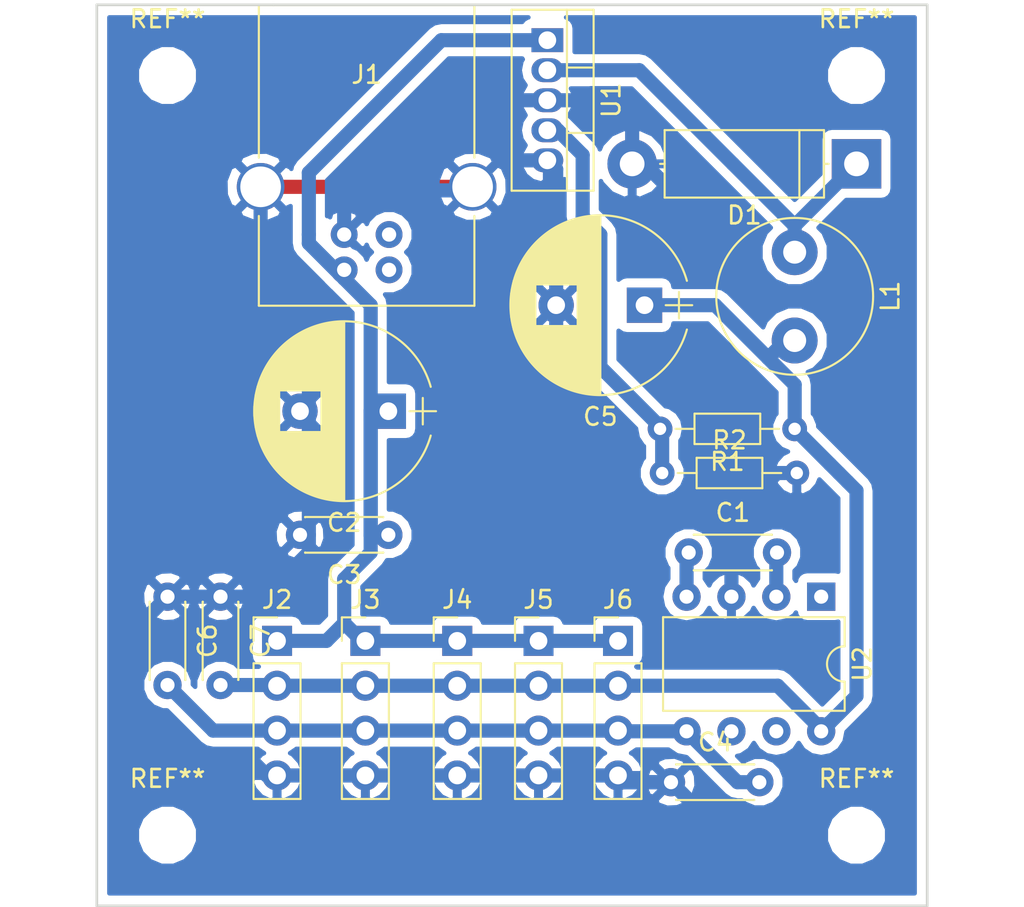
<source format=kicad_pcb>
(kicad_pcb (version 20171130) (host pcbnew "(5.0.0)")

  (general
    (thickness 1.6)
    (drawings 5)
    (tracks 145)
    (zones 0)
    (modules 23)
    (nets 14)
  )

  (page User 132.994 119.99)
  (layers
    (0 F.Cu signal)
    (31 B.Cu signal)
    (32 B.Adhes user)
    (33 F.Adhes user)
    (34 B.Paste user)
    (35 F.Paste user)
    (36 B.SilkS user)
    (37 F.SilkS user)
    (38 B.Mask user)
    (39 F.Mask user)
    (40 Dwgs.User user)
    (41 Cmts.User user)
    (42 Eco1.User user)
    (43 Eco2.User user)
    (44 Edge.Cuts user)
    (45 Margin user)
    (46 B.CrtYd user)
    (47 F.CrtYd user)
    (48 B.Fab user)
    (49 F.Fab user)
  )

  (setup
    (last_trace_width 0.25)
    (user_trace_width 0.6)
    (user_trace_width 0.8)
    (trace_clearance 0.2)
    (zone_clearance 0.508)
    (zone_45_only no)
    (trace_min 0.2)
    (segment_width 0.2)
    (edge_width 0.15)
    (via_size 0.6)
    (via_drill 0.4)
    (via_min_size 0.4)
    (via_min_drill 0.3)
    (user_via 1.6 0.8)
    (uvia_size 0.3)
    (uvia_drill 0.1)
    (uvias_allowed no)
    (uvia_min_size 0.2)
    (uvia_min_drill 0.1)
    (pcb_text_width 0.3)
    (pcb_text_size 1.5 1.5)
    (mod_edge_width 0.15)
    (mod_text_size 1 1)
    (mod_text_width 0.15)
    (pad_size 1.524 1.524)
    (pad_drill 0.762)
    (pad_to_mask_clearance 0.2)
    (aux_axis_origin 0 0)
    (visible_elements 7FFFFFFF)
    (pcbplotparams
      (layerselection 0x00030_80000001)
      (usegerberextensions false)
      (usegerberattributes false)
      (usegerberadvancedattributes false)
      (creategerberjobfile false)
      (excludeedgelayer true)
      (linewidth 0.100000)
      (plotframeref false)
      (viasonmask false)
      (mode 1)
      (useauxorigin false)
      (hpglpennumber 1)
      (hpglpenspeed 20)
      (hpglpendiameter 15.000000)
      (psnegative false)
      (psa4output false)
      (plotreference true)
      (plotvalue true)
      (plotinvisibletext false)
      (padsonsilk false)
      (subtractmaskfromsilk false)
      (outputformat 1)
      (mirror false)
      (drillshape 1)
      (scaleselection 1)
      (outputdirectory ""))
  )

  (net 0 "")
  (net 1 "Net-(C1-Pad1)")
  (net 2 "Net-(C1-Pad2)")
  (net 3 +5V)
  (net 4 GND)
  (net 5 -3V3)
  (net 6 +3V3)
  (net 7 "Net-(D1-Pad1)")
  (net 8 "Net-(J1-Pad2)")
  (net 9 "Net-(J1-Pad3)")
  (net 10 "Net-(R1-Pad2)")
  (net 11 "Net-(U2-Pad1)")
  (net 12 "Net-(U2-Pad6)")
  (net 13 "Net-(U2-Pad7)")

  (net_class Default "To jest domyślna klasa połączeń."
    (clearance 0.2)
    (trace_width 0.25)
    (via_dia 0.6)
    (via_drill 0.4)
    (uvia_dia 0.3)
    (uvia_drill 0.1)
    (add_net +3V3)
    (add_net +5V)
    (add_net -3V3)
    (add_net GND)
    (add_net "Net-(C1-Pad1)")
    (add_net "Net-(C1-Pad2)")
    (add_net "Net-(D1-Pad1)")
    (add_net "Net-(J1-Pad2)")
    (add_net "Net-(J1-Pad3)")
    (add_net "Net-(R1-Pad2)")
    (add_net "Net-(U2-Pad1)")
    (add_net "Net-(U2-Pad6)")
    (add_net "Net-(U2-Pad7)")
  )

  (module Capacitors_THT:C_Disc_D4.3mm_W1.9mm_P5.00mm (layer F.Cu) (tedit 597BC7C2) (tstamp 5B7EB779)
    (at 75.775 50)
    (descr "C, Disc series, Radial, pin pitch=5.00mm, , diameter*width=4.3*1.9mm^2, Capacitor, http://www.vishay.com/docs/45233/krseries.pdf")
    (tags "C Disc series Radial pin pitch 5.00mm  diameter 4.3mm width 1.9mm Capacitor")
    (path /5B7D6BE9)
    (fp_text reference C1 (at 2.5 -2.26) (layer F.SilkS)
      (effects (font (size 1 1) (thickness 0.15)))
    )
    (fp_text value C (at 2.5 2.26) (layer F.Fab)
      (effects (font (size 1 1) (thickness 0.15)))
    )
    (fp_line (start 0.35 -0.95) (end 0.35 0.95) (layer F.Fab) (width 0.1))
    (fp_line (start 0.35 0.95) (end 4.65 0.95) (layer F.Fab) (width 0.1))
    (fp_line (start 4.65 0.95) (end 4.65 -0.95) (layer F.Fab) (width 0.1))
    (fp_line (start 4.65 -0.95) (end 0.35 -0.95) (layer F.Fab) (width 0.1))
    (fp_line (start 0.29 -1.01) (end 4.71 -1.01) (layer F.SilkS) (width 0.12))
    (fp_line (start 0.29 1.01) (end 4.71 1.01) (layer F.SilkS) (width 0.12))
    (fp_line (start 0.29 -1.01) (end 0.29 -0.996) (layer F.SilkS) (width 0.12))
    (fp_line (start 0.29 0.996) (end 0.29 1.01) (layer F.SilkS) (width 0.12))
    (fp_line (start 4.71 -1.01) (end 4.71 -0.996) (layer F.SilkS) (width 0.12))
    (fp_line (start 4.71 0.996) (end 4.71 1.01) (layer F.SilkS) (width 0.12))
    (fp_line (start -1.05 -1.3) (end -1.05 1.3) (layer F.CrtYd) (width 0.05))
    (fp_line (start -1.05 1.3) (end 6.05 1.3) (layer F.CrtYd) (width 0.05))
    (fp_line (start 6.05 1.3) (end 6.05 -1.3) (layer F.CrtYd) (width 0.05))
    (fp_line (start 6.05 -1.3) (end -1.05 -1.3) (layer F.CrtYd) (width 0.05))
    (fp_text user %R (at 2.5 0) (layer F.Fab)
      (effects (font (size 1 1) (thickness 0.15)))
    )
    (pad 1 thru_hole circle (at 0 0) (size 1.6 1.6) (drill 0.8) (layers *.Cu *.Mask)
      (net 1 "Net-(C1-Pad1)"))
    (pad 2 thru_hole circle (at 5 0) (size 1.6 1.6) (drill 0.8) (layers *.Cu *.Mask)
      (net 2 "Net-(C1-Pad2)"))
    (model ${KISYS3DMOD}/Capacitors_THT.3dshapes/C_Disc_D4.3mm_W1.9mm_P5.00mm.wrl
      (at (xyz 0 0 0))
      (scale (xyz 1 1 1))
      (rotate (xyz 0 0 0))
    )
  )

  (module Capacitors_THT:CP_Radial_D10.0mm_P5.00mm (layer F.Cu) (tedit 597BC7C2) (tstamp 5B7EB77F)
    (at 58.775 42 180)
    (descr "CP, Radial series, Radial, pin pitch=5.00mm, , diameter=10mm, Electrolytic Capacitor")
    (tags "CP Radial series Radial pin pitch 5.00mm  diameter 10mm Electrolytic Capacitor")
    (path /5B7DD9F6)
    (fp_text reference C2 (at 2.5 -6.31 180) (layer F.SilkS)
      (effects (font (size 1 1) (thickness 0.15)))
    )
    (fp_text value CP (at 2.5 6.31 180) (layer F.Fab)
      (effects (font (size 1 1) (thickness 0.15)))
    )
    (fp_arc (start 2.5 0) (end -2.399357 -1.38) (angle 148.5) (layer F.SilkS) (width 0.12))
    (fp_arc (start 2.5 0) (end -2.399357 1.38) (angle -148.5) (layer F.SilkS) (width 0.12))
    (fp_arc (start 2.5 0) (end 7.399357 -1.38) (angle 31.5) (layer F.SilkS) (width 0.12))
    (fp_circle (center 2.5 0) (end 7.5 0) (layer F.Fab) (width 0.1))
    (fp_line (start -2.7 0) (end -1.2 0) (layer F.Fab) (width 0.1))
    (fp_line (start -1.95 -0.75) (end -1.95 0.75) (layer F.Fab) (width 0.1))
    (fp_line (start 2.5 -5.05) (end 2.5 5.05) (layer F.SilkS) (width 0.12))
    (fp_line (start 2.54 -5.05) (end 2.54 5.05) (layer F.SilkS) (width 0.12))
    (fp_line (start 2.58 -5.05) (end 2.58 5.05) (layer F.SilkS) (width 0.12))
    (fp_line (start 2.62 -5.049) (end 2.62 5.049) (layer F.SilkS) (width 0.12))
    (fp_line (start 2.66 -5.048) (end 2.66 5.048) (layer F.SilkS) (width 0.12))
    (fp_line (start 2.7 -5.047) (end 2.7 5.047) (layer F.SilkS) (width 0.12))
    (fp_line (start 2.74 -5.045) (end 2.74 5.045) (layer F.SilkS) (width 0.12))
    (fp_line (start 2.78 -5.043) (end 2.78 5.043) (layer F.SilkS) (width 0.12))
    (fp_line (start 2.82 -5.04) (end 2.82 5.04) (layer F.SilkS) (width 0.12))
    (fp_line (start 2.86 -5.038) (end 2.86 5.038) (layer F.SilkS) (width 0.12))
    (fp_line (start 2.9 -5.035) (end 2.9 5.035) (layer F.SilkS) (width 0.12))
    (fp_line (start 2.94 -5.031) (end 2.94 5.031) (layer F.SilkS) (width 0.12))
    (fp_line (start 2.98 -5.028) (end 2.98 5.028) (layer F.SilkS) (width 0.12))
    (fp_line (start 3.02 -5.024) (end 3.02 5.024) (layer F.SilkS) (width 0.12))
    (fp_line (start 3.06 -5.02) (end 3.06 5.02) (layer F.SilkS) (width 0.12))
    (fp_line (start 3.1 -5.015) (end 3.1 5.015) (layer F.SilkS) (width 0.12))
    (fp_line (start 3.14 -5.01) (end 3.14 5.01) (layer F.SilkS) (width 0.12))
    (fp_line (start 3.18 -5.005) (end 3.18 5.005) (layer F.SilkS) (width 0.12))
    (fp_line (start 3.221 -4.999) (end 3.221 4.999) (layer F.SilkS) (width 0.12))
    (fp_line (start 3.261 -4.993) (end 3.261 4.993) (layer F.SilkS) (width 0.12))
    (fp_line (start 3.301 -4.987) (end 3.301 4.987) (layer F.SilkS) (width 0.12))
    (fp_line (start 3.341 -4.981) (end 3.341 4.981) (layer F.SilkS) (width 0.12))
    (fp_line (start 3.381 -4.974) (end 3.381 4.974) (layer F.SilkS) (width 0.12))
    (fp_line (start 3.421 -4.967) (end 3.421 4.967) (layer F.SilkS) (width 0.12))
    (fp_line (start 3.461 -4.959) (end 3.461 4.959) (layer F.SilkS) (width 0.12))
    (fp_line (start 3.501 -4.951) (end 3.501 4.951) (layer F.SilkS) (width 0.12))
    (fp_line (start 3.541 -4.943) (end 3.541 4.943) (layer F.SilkS) (width 0.12))
    (fp_line (start 3.581 -4.935) (end 3.581 4.935) (layer F.SilkS) (width 0.12))
    (fp_line (start 3.621 -4.926) (end 3.621 4.926) (layer F.SilkS) (width 0.12))
    (fp_line (start 3.661 -4.917) (end 3.661 4.917) (layer F.SilkS) (width 0.12))
    (fp_line (start 3.701 -4.907) (end 3.701 4.907) (layer F.SilkS) (width 0.12))
    (fp_line (start 3.741 -4.897) (end 3.741 4.897) (layer F.SilkS) (width 0.12))
    (fp_line (start 3.781 -4.887) (end 3.781 4.887) (layer F.SilkS) (width 0.12))
    (fp_line (start 3.821 -4.876) (end 3.821 -1.181) (layer F.SilkS) (width 0.12))
    (fp_line (start 3.821 1.181) (end 3.821 4.876) (layer F.SilkS) (width 0.12))
    (fp_line (start 3.861 -4.865) (end 3.861 -1.181) (layer F.SilkS) (width 0.12))
    (fp_line (start 3.861 1.181) (end 3.861 4.865) (layer F.SilkS) (width 0.12))
    (fp_line (start 3.901 -4.854) (end 3.901 -1.181) (layer F.SilkS) (width 0.12))
    (fp_line (start 3.901 1.181) (end 3.901 4.854) (layer F.SilkS) (width 0.12))
    (fp_line (start 3.941 -4.843) (end 3.941 -1.181) (layer F.SilkS) (width 0.12))
    (fp_line (start 3.941 1.181) (end 3.941 4.843) (layer F.SilkS) (width 0.12))
    (fp_line (start 3.981 -4.831) (end 3.981 -1.181) (layer F.SilkS) (width 0.12))
    (fp_line (start 3.981 1.181) (end 3.981 4.831) (layer F.SilkS) (width 0.12))
    (fp_line (start 4.021 -4.818) (end 4.021 -1.181) (layer F.SilkS) (width 0.12))
    (fp_line (start 4.021 1.181) (end 4.021 4.818) (layer F.SilkS) (width 0.12))
    (fp_line (start 4.061 -4.806) (end 4.061 -1.181) (layer F.SilkS) (width 0.12))
    (fp_line (start 4.061 1.181) (end 4.061 4.806) (layer F.SilkS) (width 0.12))
    (fp_line (start 4.101 -4.792) (end 4.101 -1.181) (layer F.SilkS) (width 0.12))
    (fp_line (start 4.101 1.181) (end 4.101 4.792) (layer F.SilkS) (width 0.12))
    (fp_line (start 4.141 -4.779) (end 4.141 -1.181) (layer F.SilkS) (width 0.12))
    (fp_line (start 4.141 1.181) (end 4.141 4.779) (layer F.SilkS) (width 0.12))
    (fp_line (start 4.181 -4.765) (end 4.181 -1.181) (layer F.SilkS) (width 0.12))
    (fp_line (start 4.181 1.181) (end 4.181 4.765) (layer F.SilkS) (width 0.12))
    (fp_line (start 4.221 -4.751) (end 4.221 -1.181) (layer F.SilkS) (width 0.12))
    (fp_line (start 4.221 1.181) (end 4.221 4.751) (layer F.SilkS) (width 0.12))
    (fp_line (start 4.261 -4.737) (end 4.261 -1.181) (layer F.SilkS) (width 0.12))
    (fp_line (start 4.261 1.181) (end 4.261 4.737) (layer F.SilkS) (width 0.12))
    (fp_line (start 4.301 -4.722) (end 4.301 -1.181) (layer F.SilkS) (width 0.12))
    (fp_line (start 4.301 1.181) (end 4.301 4.722) (layer F.SilkS) (width 0.12))
    (fp_line (start 4.341 -4.706) (end 4.341 -1.181) (layer F.SilkS) (width 0.12))
    (fp_line (start 4.341 1.181) (end 4.341 4.706) (layer F.SilkS) (width 0.12))
    (fp_line (start 4.381 -4.691) (end 4.381 -1.181) (layer F.SilkS) (width 0.12))
    (fp_line (start 4.381 1.181) (end 4.381 4.691) (layer F.SilkS) (width 0.12))
    (fp_line (start 4.421 -4.674) (end 4.421 -1.181) (layer F.SilkS) (width 0.12))
    (fp_line (start 4.421 1.181) (end 4.421 4.674) (layer F.SilkS) (width 0.12))
    (fp_line (start 4.461 -4.658) (end 4.461 -1.181) (layer F.SilkS) (width 0.12))
    (fp_line (start 4.461 1.181) (end 4.461 4.658) (layer F.SilkS) (width 0.12))
    (fp_line (start 4.501 -4.641) (end 4.501 -1.181) (layer F.SilkS) (width 0.12))
    (fp_line (start 4.501 1.181) (end 4.501 4.641) (layer F.SilkS) (width 0.12))
    (fp_line (start 4.541 -4.624) (end 4.541 -1.181) (layer F.SilkS) (width 0.12))
    (fp_line (start 4.541 1.181) (end 4.541 4.624) (layer F.SilkS) (width 0.12))
    (fp_line (start 4.581 -4.606) (end 4.581 -1.181) (layer F.SilkS) (width 0.12))
    (fp_line (start 4.581 1.181) (end 4.581 4.606) (layer F.SilkS) (width 0.12))
    (fp_line (start 4.621 -4.588) (end 4.621 -1.181) (layer F.SilkS) (width 0.12))
    (fp_line (start 4.621 1.181) (end 4.621 4.588) (layer F.SilkS) (width 0.12))
    (fp_line (start 4.661 -4.569) (end 4.661 -1.181) (layer F.SilkS) (width 0.12))
    (fp_line (start 4.661 1.181) (end 4.661 4.569) (layer F.SilkS) (width 0.12))
    (fp_line (start 4.701 -4.55) (end 4.701 -1.181) (layer F.SilkS) (width 0.12))
    (fp_line (start 4.701 1.181) (end 4.701 4.55) (layer F.SilkS) (width 0.12))
    (fp_line (start 4.741 -4.531) (end 4.741 -1.181) (layer F.SilkS) (width 0.12))
    (fp_line (start 4.741 1.181) (end 4.741 4.531) (layer F.SilkS) (width 0.12))
    (fp_line (start 4.781 -4.511) (end 4.781 -1.181) (layer F.SilkS) (width 0.12))
    (fp_line (start 4.781 1.181) (end 4.781 4.511) (layer F.SilkS) (width 0.12))
    (fp_line (start 4.821 -4.491) (end 4.821 -1.181) (layer F.SilkS) (width 0.12))
    (fp_line (start 4.821 1.181) (end 4.821 4.491) (layer F.SilkS) (width 0.12))
    (fp_line (start 4.861 -4.47) (end 4.861 -1.181) (layer F.SilkS) (width 0.12))
    (fp_line (start 4.861 1.181) (end 4.861 4.47) (layer F.SilkS) (width 0.12))
    (fp_line (start 4.901 -4.449) (end 4.901 -1.181) (layer F.SilkS) (width 0.12))
    (fp_line (start 4.901 1.181) (end 4.901 4.449) (layer F.SilkS) (width 0.12))
    (fp_line (start 4.941 -4.428) (end 4.941 -1.181) (layer F.SilkS) (width 0.12))
    (fp_line (start 4.941 1.181) (end 4.941 4.428) (layer F.SilkS) (width 0.12))
    (fp_line (start 4.981 -4.405) (end 4.981 -1.181) (layer F.SilkS) (width 0.12))
    (fp_line (start 4.981 1.181) (end 4.981 4.405) (layer F.SilkS) (width 0.12))
    (fp_line (start 5.021 -4.383) (end 5.021 -1.181) (layer F.SilkS) (width 0.12))
    (fp_line (start 5.021 1.181) (end 5.021 4.383) (layer F.SilkS) (width 0.12))
    (fp_line (start 5.061 -4.36) (end 5.061 -1.181) (layer F.SilkS) (width 0.12))
    (fp_line (start 5.061 1.181) (end 5.061 4.36) (layer F.SilkS) (width 0.12))
    (fp_line (start 5.101 -4.336) (end 5.101 -1.181) (layer F.SilkS) (width 0.12))
    (fp_line (start 5.101 1.181) (end 5.101 4.336) (layer F.SilkS) (width 0.12))
    (fp_line (start 5.141 -4.312) (end 5.141 -1.181) (layer F.SilkS) (width 0.12))
    (fp_line (start 5.141 1.181) (end 5.141 4.312) (layer F.SilkS) (width 0.12))
    (fp_line (start 5.181 -4.288) (end 5.181 -1.181) (layer F.SilkS) (width 0.12))
    (fp_line (start 5.181 1.181) (end 5.181 4.288) (layer F.SilkS) (width 0.12))
    (fp_line (start 5.221 -4.263) (end 5.221 -1.181) (layer F.SilkS) (width 0.12))
    (fp_line (start 5.221 1.181) (end 5.221 4.263) (layer F.SilkS) (width 0.12))
    (fp_line (start 5.261 -4.237) (end 5.261 -1.181) (layer F.SilkS) (width 0.12))
    (fp_line (start 5.261 1.181) (end 5.261 4.237) (layer F.SilkS) (width 0.12))
    (fp_line (start 5.301 -4.211) (end 5.301 -1.181) (layer F.SilkS) (width 0.12))
    (fp_line (start 5.301 1.181) (end 5.301 4.211) (layer F.SilkS) (width 0.12))
    (fp_line (start 5.341 -4.185) (end 5.341 -1.181) (layer F.SilkS) (width 0.12))
    (fp_line (start 5.341 1.181) (end 5.341 4.185) (layer F.SilkS) (width 0.12))
    (fp_line (start 5.381 -4.157) (end 5.381 -1.181) (layer F.SilkS) (width 0.12))
    (fp_line (start 5.381 1.181) (end 5.381 4.157) (layer F.SilkS) (width 0.12))
    (fp_line (start 5.421 -4.13) (end 5.421 -1.181) (layer F.SilkS) (width 0.12))
    (fp_line (start 5.421 1.181) (end 5.421 4.13) (layer F.SilkS) (width 0.12))
    (fp_line (start 5.461 -4.101) (end 5.461 -1.181) (layer F.SilkS) (width 0.12))
    (fp_line (start 5.461 1.181) (end 5.461 4.101) (layer F.SilkS) (width 0.12))
    (fp_line (start 5.501 -4.072) (end 5.501 -1.181) (layer F.SilkS) (width 0.12))
    (fp_line (start 5.501 1.181) (end 5.501 4.072) (layer F.SilkS) (width 0.12))
    (fp_line (start 5.541 -4.043) (end 5.541 -1.181) (layer F.SilkS) (width 0.12))
    (fp_line (start 5.541 1.181) (end 5.541 4.043) (layer F.SilkS) (width 0.12))
    (fp_line (start 5.581 -4.013) (end 5.581 -1.181) (layer F.SilkS) (width 0.12))
    (fp_line (start 5.581 1.181) (end 5.581 4.013) (layer F.SilkS) (width 0.12))
    (fp_line (start 5.621 -3.982) (end 5.621 -1.181) (layer F.SilkS) (width 0.12))
    (fp_line (start 5.621 1.181) (end 5.621 3.982) (layer F.SilkS) (width 0.12))
    (fp_line (start 5.661 -3.951) (end 5.661 -1.181) (layer F.SilkS) (width 0.12))
    (fp_line (start 5.661 1.181) (end 5.661 3.951) (layer F.SilkS) (width 0.12))
    (fp_line (start 5.701 -3.919) (end 5.701 -1.181) (layer F.SilkS) (width 0.12))
    (fp_line (start 5.701 1.181) (end 5.701 3.919) (layer F.SilkS) (width 0.12))
    (fp_line (start 5.741 -3.886) (end 5.741 -1.181) (layer F.SilkS) (width 0.12))
    (fp_line (start 5.741 1.181) (end 5.741 3.886) (layer F.SilkS) (width 0.12))
    (fp_line (start 5.781 -3.853) (end 5.781 -1.181) (layer F.SilkS) (width 0.12))
    (fp_line (start 5.781 1.181) (end 5.781 3.853) (layer F.SilkS) (width 0.12))
    (fp_line (start 5.821 -3.819) (end 5.821 -1.181) (layer F.SilkS) (width 0.12))
    (fp_line (start 5.821 1.181) (end 5.821 3.819) (layer F.SilkS) (width 0.12))
    (fp_line (start 5.861 -3.784) (end 5.861 -1.181) (layer F.SilkS) (width 0.12))
    (fp_line (start 5.861 1.181) (end 5.861 3.784) (layer F.SilkS) (width 0.12))
    (fp_line (start 5.901 -3.748) (end 5.901 -1.181) (layer F.SilkS) (width 0.12))
    (fp_line (start 5.901 1.181) (end 5.901 3.748) (layer F.SilkS) (width 0.12))
    (fp_line (start 5.941 -3.712) (end 5.941 -1.181) (layer F.SilkS) (width 0.12))
    (fp_line (start 5.941 1.181) (end 5.941 3.712) (layer F.SilkS) (width 0.12))
    (fp_line (start 5.981 -3.675) (end 5.981 -1.181) (layer F.SilkS) (width 0.12))
    (fp_line (start 5.981 1.181) (end 5.981 3.675) (layer F.SilkS) (width 0.12))
    (fp_line (start 6.021 -3.637) (end 6.021 -1.181) (layer F.SilkS) (width 0.12))
    (fp_line (start 6.021 1.181) (end 6.021 3.637) (layer F.SilkS) (width 0.12))
    (fp_line (start 6.061 -3.598) (end 6.061 -1.181) (layer F.SilkS) (width 0.12))
    (fp_line (start 6.061 1.181) (end 6.061 3.598) (layer F.SilkS) (width 0.12))
    (fp_line (start 6.101 -3.559) (end 6.101 -1.181) (layer F.SilkS) (width 0.12))
    (fp_line (start 6.101 1.181) (end 6.101 3.559) (layer F.SilkS) (width 0.12))
    (fp_line (start 6.141 -3.518) (end 6.141 -1.181) (layer F.SilkS) (width 0.12))
    (fp_line (start 6.141 1.181) (end 6.141 3.518) (layer F.SilkS) (width 0.12))
    (fp_line (start 6.181 -3.477) (end 6.181 3.477) (layer F.SilkS) (width 0.12))
    (fp_line (start 6.221 -3.435) (end 6.221 3.435) (layer F.SilkS) (width 0.12))
    (fp_line (start 6.261 -3.391) (end 6.261 3.391) (layer F.SilkS) (width 0.12))
    (fp_line (start 6.301 -3.347) (end 6.301 3.347) (layer F.SilkS) (width 0.12))
    (fp_line (start 6.341 -3.302) (end 6.341 3.302) (layer F.SilkS) (width 0.12))
    (fp_line (start 6.381 -3.255) (end 6.381 3.255) (layer F.SilkS) (width 0.12))
    (fp_line (start 6.421 -3.207) (end 6.421 3.207) (layer F.SilkS) (width 0.12))
    (fp_line (start 6.461 -3.158) (end 6.461 3.158) (layer F.SilkS) (width 0.12))
    (fp_line (start 6.501 -3.108) (end 6.501 3.108) (layer F.SilkS) (width 0.12))
    (fp_line (start 6.541 -3.057) (end 6.541 3.057) (layer F.SilkS) (width 0.12))
    (fp_line (start 6.581 -3.004) (end 6.581 3.004) (layer F.SilkS) (width 0.12))
    (fp_line (start 6.621 -2.949) (end 6.621 2.949) (layer F.SilkS) (width 0.12))
    (fp_line (start 6.661 -2.894) (end 6.661 2.894) (layer F.SilkS) (width 0.12))
    (fp_line (start 6.701 -2.836) (end 6.701 2.836) (layer F.SilkS) (width 0.12))
    (fp_line (start 6.741 -2.777) (end 6.741 2.777) (layer F.SilkS) (width 0.12))
    (fp_line (start 6.781 -2.715) (end 6.781 2.715) (layer F.SilkS) (width 0.12))
    (fp_line (start 6.821 -2.652) (end 6.821 2.652) (layer F.SilkS) (width 0.12))
    (fp_line (start 6.861 -2.587) (end 6.861 2.587) (layer F.SilkS) (width 0.12))
    (fp_line (start 6.901 -2.519) (end 6.901 2.519) (layer F.SilkS) (width 0.12))
    (fp_line (start 6.941 -2.449) (end 6.941 2.449) (layer F.SilkS) (width 0.12))
    (fp_line (start 6.981 -2.377) (end 6.981 2.377) (layer F.SilkS) (width 0.12))
    (fp_line (start 7.021 -2.301) (end 7.021 2.301) (layer F.SilkS) (width 0.12))
    (fp_line (start 7.061 -2.222) (end 7.061 2.222) (layer F.SilkS) (width 0.12))
    (fp_line (start 7.101 -2.14) (end 7.101 2.14) (layer F.SilkS) (width 0.12))
    (fp_line (start 7.141 -2.053) (end 7.141 2.053) (layer F.SilkS) (width 0.12))
    (fp_line (start 7.181 -1.962) (end 7.181 1.962) (layer F.SilkS) (width 0.12))
    (fp_line (start 7.221 -1.866) (end 7.221 1.866) (layer F.SilkS) (width 0.12))
    (fp_line (start 7.261 -1.763) (end 7.261 1.763) (layer F.SilkS) (width 0.12))
    (fp_line (start 7.301 -1.654) (end 7.301 1.654) (layer F.SilkS) (width 0.12))
    (fp_line (start 7.341 -1.536) (end 7.341 1.536) (layer F.SilkS) (width 0.12))
    (fp_line (start 7.381 -1.407) (end 7.381 1.407) (layer F.SilkS) (width 0.12))
    (fp_line (start 7.421 -1.265) (end 7.421 1.265) (layer F.SilkS) (width 0.12))
    (fp_line (start 7.461 -1.104) (end 7.461 1.104) (layer F.SilkS) (width 0.12))
    (fp_line (start 7.501 -0.913) (end 7.501 0.913) (layer F.SilkS) (width 0.12))
    (fp_line (start 7.541 -0.672) (end 7.541 0.672) (layer F.SilkS) (width 0.12))
    (fp_line (start 7.581 -0.279) (end 7.581 0.279) (layer F.SilkS) (width 0.12))
    (fp_line (start -2.7 0) (end -1.2 0) (layer F.SilkS) (width 0.12))
    (fp_line (start -1.95 -0.75) (end -1.95 0.75) (layer F.SilkS) (width 0.12))
    (fp_line (start -2.85 -5.35) (end -2.85 5.35) (layer F.CrtYd) (width 0.05))
    (fp_line (start -2.85 5.35) (end 7.85 5.35) (layer F.CrtYd) (width 0.05))
    (fp_line (start 7.85 5.35) (end 7.85 -5.35) (layer F.CrtYd) (width 0.05))
    (fp_line (start 7.85 -5.35) (end -2.85 -5.35) (layer F.CrtYd) (width 0.05))
    (fp_text user %R (at 2.5 0 180) (layer F.Fab)
      (effects (font (size 1 1) (thickness 0.15)))
    )
    (pad 1 thru_hole rect (at 0 0 180) (size 2 2) (drill 1) (layers *.Cu *.Mask)
      (net 3 +5V))
    (pad 2 thru_hole circle (at 5 0 180) (size 2 2) (drill 1) (layers *.Cu *.Mask)
      (net 4 GND))
    (model ${KISYS3DMOD}/Capacitors_THT.3dshapes/CP_Radial_D10.0mm_P5.00mm.wrl
      (at (xyz 0 0 0))
      (scale (xyz 1 1 1))
      (rotate (xyz 0 0 0))
    )
  )

  (module Capacitors_THT:C_Disc_D4.3mm_W1.9mm_P5.00mm (layer F.Cu) (tedit 597BC7C2) (tstamp 5B7EB785)
    (at 58.775 49 180)
    (descr "C, Disc series, Radial, pin pitch=5.00mm, , diameter*width=4.3*1.9mm^2, Capacitor, http://www.vishay.com/docs/45233/krseries.pdf")
    (tags "C Disc series Radial pin pitch 5.00mm  diameter 4.3mm width 1.9mm Capacitor")
    (path /5B7DDA8B)
    (fp_text reference C3 (at 2.5 -2.26 180) (layer F.SilkS)
      (effects (font (size 1 1) (thickness 0.15)))
    )
    (fp_text value C (at 2.5 2.26 180) (layer F.Fab)
      (effects (font (size 1 1) (thickness 0.15)))
    )
    (fp_line (start 0.35 -0.95) (end 0.35 0.95) (layer F.Fab) (width 0.1))
    (fp_line (start 0.35 0.95) (end 4.65 0.95) (layer F.Fab) (width 0.1))
    (fp_line (start 4.65 0.95) (end 4.65 -0.95) (layer F.Fab) (width 0.1))
    (fp_line (start 4.65 -0.95) (end 0.35 -0.95) (layer F.Fab) (width 0.1))
    (fp_line (start 0.29 -1.01) (end 4.71 -1.01) (layer F.SilkS) (width 0.12))
    (fp_line (start 0.29 1.01) (end 4.71 1.01) (layer F.SilkS) (width 0.12))
    (fp_line (start 0.29 -1.01) (end 0.29 -0.996) (layer F.SilkS) (width 0.12))
    (fp_line (start 0.29 0.996) (end 0.29 1.01) (layer F.SilkS) (width 0.12))
    (fp_line (start 4.71 -1.01) (end 4.71 -0.996) (layer F.SilkS) (width 0.12))
    (fp_line (start 4.71 0.996) (end 4.71 1.01) (layer F.SilkS) (width 0.12))
    (fp_line (start -1.05 -1.3) (end -1.05 1.3) (layer F.CrtYd) (width 0.05))
    (fp_line (start -1.05 1.3) (end 6.05 1.3) (layer F.CrtYd) (width 0.05))
    (fp_line (start 6.05 1.3) (end 6.05 -1.3) (layer F.CrtYd) (width 0.05))
    (fp_line (start 6.05 -1.3) (end -1.05 -1.3) (layer F.CrtYd) (width 0.05))
    (fp_text user %R (at 2.5 0 180) (layer F.Fab)
      (effects (font (size 1 1) (thickness 0.15)))
    )
    (pad 1 thru_hole circle (at 0 0 180) (size 1.6 1.6) (drill 0.8) (layers *.Cu *.Mask)
      (net 3 +5V))
    (pad 2 thru_hole circle (at 5 0 180) (size 1.6 1.6) (drill 0.8) (layers *.Cu *.Mask)
      (net 4 GND))
    (model ${KISYS3DMOD}/Capacitors_THT.3dshapes/C_Disc_D4.3mm_W1.9mm_P5.00mm.wrl
      (at (xyz 0 0 0))
      (scale (xyz 1 1 1))
      (rotate (xyz 0 0 0))
    )
  )

  (module Capacitors_THT:C_Disc_D4.3mm_W1.9mm_P5.00mm (layer F.Cu) (tedit 597BC7C2) (tstamp 5B7EB78B)
    (at 74.775 63)
    (descr "C, Disc series, Radial, pin pitch=5.00mm, , diameter*width=4.3*1.9mm^2, Capacitor, http://www.vishay.com/docs/45233/krseries.pdf")
    (tags "C Disc series Radial pin pitch 5.00mm  diameter 4.3mm width 1.9mm Capacitor")
    (path /5B7D9F97)
    (fp_text reference C4 (at 2.5 -2.26) (layer F.SilkS)
      (effects (font (size 1 1) (thickness 0.15)))
    )
    (fp_text value C (at 2.5 2.26) (layer F.Fab)
      (effects (font (size 1 1) (thickness 0.15)))
    )
    (fp_line (start 0.35 -0.95) (end 0.35 0.95) (layer F.Fab) (width 0.1))
    (fp_line (start 0.35 0.95) (end 4.65 0.95) (layer F.Fab) (width 0.1))
    (fp_line (start 4.65 0.95) (end 4.65 -0.95) (layer F.Fab) (width 0.1))
    (fp_line (start 4.65 -0.95) (end 0.35 -0.95) (layer F.Fab) (width 0.1))
    (fp_line (start 0.29 -1.01) (end 4.71 -1.01) (layer F.SilkS) (width 0.12))
    (fp_line (start 0.29 1.01) (end 4.71 1.01) (layer F.SilkS) (width 0.12))
    (fp_line (start 0.29 -1.01) (end 0.29 -0.996) (layer F.SilkS) (width 0.12))
    (fp_line (start 0.29 0.996) (end 0.29 1.01) (layer F.SilkS) (width 0.12))
    (fp_line (start 4.71 -1.01) (end 4.71 -0.996) (layer F.SilkS) (width 0.12))
    (fp_line (start 4.71 0.996) (end 4.71 1.01) (layer F.SilkS) (width 0.12))
    (fp_line (start -1.05 -1.3) (end -1.05 1.3) (layer F.CrtYd) (width 0.05))
    (fp_line (start -1.05 1.3) (end 6.05 1.3) (layer F.CrtYd) (width 0.05))
    (fp_line (start 6.05 1.3) (end 6.05 -1.3) (layer F.CrtYd) (width 0.05))
    (fp_line (start 6.05 -1.3) (end -1.05 -1.3) (layer F.CrtYd) (width 0.05))
    (fp_text user %R (at 2.5 0) (layer F.Fab)
      (effects (font (size 1 1) (thickness 0.15)))
    )
    (pad 1 thru_hole circle (at 0 0) (size 1.6 1.6) (drill 0.8) (layers *.Cu *.Mask)
      (net 4 GND))
    (pad 2 thru_hole circle (at 5 0) (size 1.6 1.6) (drill 0.8) (layers *.Cu *.Mask)
      (net 5 -3V3))
    (model ${KISYS3DMOD}/Capacitors_THT.3dshapes/C_Disc_D4.3mm_W1.9mm_P5.00mm.wrl
      (at (xyz 0 0 0))
      (scale (xyz 1 1 1))
      (rotate (xyz 0 0 0))
    )
  )

  (module Capacitors_THT:CP_Radial_D10.0mm_P5.00mm (layer F.Cu) (tedit 597BC7C2) (tstamp 5B7EB791)
    (at 73.275 36 180)
    (descr "CP, Radial series, Radial, pin pitch=5.00mm, , diameter=10mm, Electrolytic Capacitor")
    (tags "CP Radial series Radial pin pitch 5.00mm  diameter 10mm Electrolytic Capacitor")
    (path /5B7D5948)
    (fp_text reference C5 (at 2.5 -6.31 180) (layer F.SilkS)
      (effects (font (size 1 1) (thickness 0.15)))
    )
    (fp_text value CP (at 2.5 6.31 180) (layer F.Fab)
      (effects (font (size 1 1) (thickness 0.15)))
    )
    (fp_arc (start 2.5 0) (end -2.399357 -1.38) (angle 148.5) (layer F.SilkS) (width 0.12))
    (fp_arc (start 2.5 0) (end -2.399357 1.38) (angle -148.5) (layer F.SilkS) (width 0.12))
    (fp_arc (start 2.5 0) (end 7.399357 -1.38) (angle 31.5) (layer F.SilkS) (width 0.12))
    (fp_circle (center 2.5 0) (end 7.5 0) (layer F.Fab) (width 0.1))
    (fp_line (start -2.7 0) (end -1.2 0) (layer F.Fab) (width 0.1))
    (fp_line (start -1.95 -0.75) (end -1.95 0.75) (layer F.Fab) (width 0.1))
    (fp_line (start 2.5 -5.05) (end 2.5 5.05) (layer F.SilkS) (width 0.12))
    (fp_line (start 2.54 -5.05) (end 2.54 5.05) (layer F.SilkS) (width 0.12))
    (fp_line (start 2.58 -5.05) (end 2.58 5.05) (layer F.SilkS) (width 0.12))
    (fp_line (start 2.62 -5.049) (end 2.62 5.049) (layer F.SilkS) (width 0.12))
    (fp_line (start 2.66 -5.048) (end 2.66 5.048) (layer F.SilkS) (width 0.12))
    (fp_line (start 2.7 -5.047) (end 2.7 5.047) (layer F.SilkS) (width 0.12))
    (fp_line (start 2.74 -5.045) (end 2.74 5.045) (layer F.SilkS) (width 0.12))
    (fp_line (start 2.78 -5.043) (end 2.78 5.043) (layer F.SilkS) (width 0.12))
    (fp_line (start 2.82 -5.04) (end 2.82 5.04) (layer F.SilkS) (width 0.12))
    (fp_line (start 2.86 -5.038) (end 2.86 5.038) (layer F.SilkS) (width 0.12))
    (fp_line (start 2.9 -5.035) (end 2.9 5.035) (layer F.SilkS) (width 0.12))
    (fp_line (start 2.94 -5.031) (end 2.94 5.031) (layer F.SilkS) (width 0.12))
    (fp_line (start 2.98 -5.028) (end 2.98 5.028) (layer F.SilkS) (width 0.12))
    (fp_line (start 3.02 -5.024) (end 3.02 5.024) (layer F.SilkS) (width 0.12))
    (fp_line (start 3.06 -5.02) (end 3.06 5.02) (layer F.SilkS) (width 0.12))
    (fp_line (start 3.1 -5.015) (end 3.1 5.015) (layer F.SilkS) (width 0.12))
    (fp_line (start 3.14 -5.01) (end 3.14 5.01) (layer F.SilkS) (width 0.12))
    (fp_line (start 3.18 -5.005) (end 3.18 5.005) (layer F.SilkS) (width 0.12))
    (fp_line (start 3.221 -4.999) (end 3.221 4.999) (layer F.SilkS) (width 0.12))
    (fp_line (start 3.261 -4.993) (end 3.261 4.993) (layer F.SilkS) (width 0.12))
    (fp_line (start 3.301 -4.987) (end 3.301 4.987) (layer F.SilkS) (width 0.12))
    (fp_line (start 3.341 -4.981) (end 3.341 4.981) (layer F.SilkS) (width 0.12))
    (fp_line (start 3.381 -4.974) (end 3.381 4.974) (layer F.SilkS) (width 0.12))
    (fp_line (start 3.421 -4.967) (end 3.421 4.967) (layer F.SilkS) (width 0.12))
    (fp_line (start 3.461 -4.959) (end 3.461 4.959) (layer F.SilkS) (width 0.12))
    (fp_line (start 3.501 -4.951) (end 3.501 4.951) (layer F.SilkS) (width 0.12))
    (fp_line (start 3.541 -4.943) (end 3.541 4.943) (layer F.SilkS) (width 0.12))
    (fp_line (start 3.581 -4.935) (end 3.581 4.935) (layer F.SilkS) (width 0.12))
    (fp_line (start 3.621 -4.926) (end 3.621 4.926) (layer F.SilkS) (width 0.12))
    (fp_line (start 3.661 -4.917) (end 3.661 4.917) (layer F.SilkS) (width 0.12))
    (fp_line (start 3.701 -4.907) (end 3.701 4.907) (layer F.SilkS) (width 0.12))
    (fp_line (start 3.741 -4.897) (end 3.741 4.897) (layer F.SilkS) (width 0.12))
    (fp_line (start 3.781 -4.887) (end 3.781 4.887) (layer F.SilkS) (width 0.12))
    (fp_line (start 3.821 -4.876) (end 3.821 -1.181) (layer F.SilkS) (width 0.12))
    (fp_line (start 3.821 1.181) (end 3.821 4.876) (layer F.SilkS) (width 0.12))
    (fp_line (start 3.861 -4.865) (end 3.861 -1.181) (layer F.SilkS) (width 0.12))
    (fp_line (start 3.861 1.181) (end 3.861 4.865) (layer F.SilkS) (width 0.12))
    (fp_line (start 3.901 -4.854) (end 3.901 -1.181) (layer F.SilkS) (width 0.12))
    (fp_line (start 3.901 1.181) (end 3.901 4.854) (layer F.SilkS) (width 0.12))
    (fp_line (start 3.941 -4.843) (end 3.941 -1.181) (layer F.SilkS) (width 0.12))
    (fp_line (start 3.941 1.181) (end 3.941 4.843) (layer F.SilkS) (width 0.12))
    (fp_line (start 3.981 -4.831) (end 3.981 -1.181) (layer F.SilkS) (width 0.12))
    (fp_line (start 3.981 1.181) (end 3.981 4.831) (layer F.SilkS) (width 0.12))
    (fp_line (start 4.021 -4.818) (end 4.021 -1.181) (layer F.SilkS) (width 0.12))
    (fp_line (start 4.021 1.181) (end 4.021 4.818) (layer F.SilkS) (width 0.12))
    (fp_line (start 4.061 -4.806) (end 4.061 -1.181) (layer F.SilkS) (width 0.12))
    (fp_line (start 4.061 1.181) (end 4.061 4.806) (layer F.SilkS) (width 0.12))
    (fp_line (start 4.101 -4.792) (end 4.101 -1.181) (layer F.SilkS) (width 0.12))
    (fp_line (start 4.101 1.181) (end 4.101 4.792) (layer F.SilkS) (width 0.12))
    (fp_line (start 4.141 -4.779) (end 4.141 -1.181) (layer F.SilkS) (width 0.12))
    (fp_line (start 4.141 1.181) (end 4.141 4.779) (layer F.SilkS) (width 0.12))
    (fp_line (start 4.181 -4.765) (end 4.181 -1.181) (layer F.SilkS) (width 0.12))
    (fp_line (start 4.181 1.181) (end 4.181 4.765) (layer F.SilkS) (width 0.12))
    (fp_line (start 4.221 -4.751) (end 4.221 -1.181) (layer F.SilkS) (width 0.12))
    (fp_line (start 4.221 1.181) (end 4.221 4.751) (layer F.SilkS) (width 0.12))
    (fp_line (start 4.261 -4.737) (end 4.261 -1.181) (layer F.SilkS) (width 0.12))
    (fp_line (start 4.261 1.181) (end 4.261 4.737) (layer F.SilkS) (width 0.12))
    (fp_line (start 4.301 -4.722) (end 4.301 -1.181) (layer F.SilkS) (width 0.12))
    (fp_line (start 4.301 1.181) (end 4.301 4.722) (layer F.SilkS) (width 0.12))
    (fp_line (start 4.341 -4.706) (end 4.341 -1.181) (layer F.SilkS) (width 0.12))
    (fp_line (start 4.341 1.181) (end 4.341 4.706) (layer F.SilkS) (width 0.12))
    (fp_line (start 4.381 -4.691) (end 4.381 -1.181) (layer F.SilkS) (width 0.12))
    (fp_line (start 4.381 1.181) (end 4.381 4.691) (layer F.SilkS) (width 0.12))
    (fp_line (start 4.421 -4.674) (end 4.421 -1.181) (layer F.SilkS) (width 0.12))
    (fp_line (start 4.421 1.181) (end 4.421 4.674) (layer F.SilkS) (width 0.12))
    (fp_line (start 4.461 -4.658) (end 4.461 -1.181) (layer F.SilkS) (width 0.12))
    (fp_line (start 4.461 1.181) (end 4.461 4.658) (layer F.SilkS) (width 0.12))
    (fp_line (start 4.501 -4.641) (end 4.501 -1.181) (layer F.SilkS) (width 0.12))
    (fp_line (start 4.501 1.181) (end 4.501 4.641) (layer F.SilkS) (width 0.12))
    (fp_line (start 4.541 -4.624) (end 4.541 -1.181) (layer F.SilkS) (width 0.12))
    (fp_line (start 4.541 1.181) (end 4.541 4.624) (layer F.SilkS) (width 0.12))
    (fp_line (start 4.581 -4.606) (end 4.581 -1.181) (layer F.SilkS) (width 0.12))
    (fp_line (start 4.581 1.181) (end 4.581 4.606) (layer F.SilkS) (width 0.12))
    (fp_line (start 4.621 -4.588) (end 4.621 -1.181) (layer F.SilkS) (width 0.12))
    (fp_line (start 4.621 1.181) (end 4.621 4.588) (layer F.SilkS) (width 0.12))
    (fp_line (start 4.661 -4.569) (end 4.661 -1.181) (layer F.SilkS) (width 0.12))
    (fp_line (start 4.661 1.181) (end 4.661 4.569) (layer F.SilkS) (width 0.12))
    (fp_line (start 4.701 -4.55) (end 4.701 -1.181) (layer F.SilkS) (width 0.12))
    (fp_line (start 4.701 1.181) (end 4.701 4.55) (layer F.SilkS) (width 0.12))
    (fp_line (start 4.741 -4.531) (end 4.741 -1.181) (layer F.SilkS) (width 0.12))
    (fp_line (start 4.741 1.181) (end 4.741 4.531) (layer F.SilkS) (width 0.12))
    (fp_line (start 4.781 -4.511) (end 4.781 -1.181) (layer F.SilkS) (width 0.12))
    (fp_line (start 4.781 1.181) (end 4.781 4.511) (layer F.SilkS) (width 0.12))
    (fp_line (start 4.821 -4.491) (end 4.821 -1.181) (layer F.SilkS) (width 0.12))
    (fp_line (start 4.821 1.181) (end 4.821 4.491) (layer F.SilkS) (width 0.12))
    (fp_line (start 4.861 -4.47) (end 4.861 -1.181) (layer F.SilkS) (width 0.12))
    (fp_line (start 4.861 1.181) (end 4.861 4.47) (layer F.SilkS) (width 0.12))
    (fp_line (start 4.901 -4.449) (end 4.901 -1.181) (layer F.SilkS) (width 0.12))
    (fp_line (start 4.901 1.181) (end 4.901 4.449) (layer F.SilkS) (width 0.12))
    (fp_line (start 4.941 -4.428) (end 4.941 -1.181) (layer F.SilkS) (width 0.12))
    (fp_line (start 4.941 1.181) (end 4.941 4.428) (layer F.SilkS) (width 0.12))
    (fp_line (start 4.981 -4.405) (end 4.981 -1.181) (layer F.SilkS) (width 0.12))
    (fp_line (start 4.981 1.181) (end 4.981 4.405) (layer F.SilkS) (width 0.12))
    (fp_line (start 5.021 -4.383) (end 5.021 -1.181) (layer F.SilkS) (width 0.12))
    (fp_line (start 5.021 1.181) (end 5.021 4.383) (layer F.SilkS) (width 0.12))
    (fp_line (start 5.061 -4.36) (end 5.061 -1.181) (layer F.SilkS) (width 0.12))
    (fp_line (start 5.061 1.181) (end 5.061 4.36) (layer F.SilkS) (width 0.12))
    (fp_line (start 5.101 -4.336) (end 5.101 -1.181) (layer F.SilkS) (width 0.12))
    (fp_line (start 5.101 1.181) (end 5.101 4.336) (layer F.SilkS) (width 0.12))
    (fp_line (start 5.141 -4.312) (end 5.141 -1.181) (layer F.SilkS) (width 0.12))
    (fp_line (start 5.141 1.181) (end 5.141 4.312) (layer F.SilkS) (width 0.12))
    (fp_line (start 5.181 -4.288) (end 5.181 -1.181) (layer F.SilkS) (width 0.12))
    (fp_line (start 5.181 1.181) (end 5.181 4.288) (layer F.SilkS) (width 0.12))
    (fp_line (start 5.221 -4.263) (end 5.221 -1.181) (layer F.SilkS) (width 0.12))
    (fp_line (start 5.221 1.181) (end 5.221 4.263) (layer F.SilkS) (width 0.12))
    (fp_line (start 5.261 -4.237) (end 5.261 -1.181) (layer F.SilkS) (width 0.12))
    (fp_line (start 5.261 1.181) (end 5.261 4.237) (layer F.SilkS) (width 0.12))
    (fp_line (start 5.301 -4.211) (end 5.301 -1.181) (layer F.SilkS) (width 0.12))
    (fp_line (start 5.301 1.181) (end 5.301 4.211) (layer F.SilkS) (width 0.12))
    (fp_line (start 5.341 -4.185) (end 5.341 -1.181) (layer F.SilkS) (width 0.12))
    (fp_line (start 5.341 1.181) (end 5.341 4.185) (layer F.SilkS) (width 0.12))
    (fp_line (start 5.381 -4.157) (end 5.381 -1.181) (layer F.SilkS) (width 0.12))
    (fp_line (start 5.381 1.181) (end 5.381 4.157) (layer F.SilkS) (width 0.12))
    (fp_line (start 5.421 -4.13) (end 5.421 -1.181) (layer F.SilkS) (width 0.12))
    (fp_line (start 5.421 1.181) (end 5.421 4.13) (layer F.SilkS) (width 0.12))
    (fp_line (start 5.461 -4.101) (end 5.461 -1.181) (layer F.SilkS) (width 0.12))
    (fp_line (start 5.461 1.181) (end 5.461 4.101) (layer F.SilkS) (width 0.12))
    (fp_line (start 5.501 -4.072) (end 5.501 -1.181) (layer F.SilkS) (width 0.12))
    (fp_line (start 5.501 1.181) (end 5.501 4.072) (layer F.SilkS) (width 0.12))
    (fp_line (start 5.541 -4.043) (end 5.541 -1.181) (layer F.SilkS) (width 0.12))
    (fp_line (start 5.541 1.181) (end 5.541 4.043) (layer F.SilkS) (width 0.12))
    (fp_line (start 5.581 -4.013) (end 5.581 -1.181) (layer F.SilkS) (width 0.12))
    (fp_line (start 5.581 1.181) (end 5.581 4.013) (layer F.SilkS) (width 0.12))
    (fp_line (start 5.621 -3.982) (end 5.621 -1.181) (layer F.SilkS) (width 0.12))
    (fp_line (start 5.621 1.181) (end 5.621 3.982) (layer F.SilkS) (width 0.12))
    (fp_line (start 5.661 -3.951) (end 5.661 -1.181) (layer F.SilkS) (width 0.12))
    (fp_line (start 5.661 1.181) (end 5.661 3.951) (layer F.SilkS) (width 0.12))
    (fp_line (start 5.701 -3.919) (end 5.701 -1.181) (layer F.SilkS) (width 0.12))
    (fp_line (start 5.701 1.181) (end 5.701 3.919) (layer F.SilkS) (width 0.12))
    (fp_line (start 5.741 -3.886) (end 5.741 -1.181) (layer F.SilkS) (width 0.12))
    (fp_line (start 5.741 1.181) (end 5.741 3.886) (layer F.SilkS) (width 0.12))
    (fp_line (start 5.781 -3.853) (end 5.781 -1.181) (layer F.SilkS) (width 0.12))
    (fp_line (start 5.781 1.181) (end 5.781 3.853) (layer F.SilkS) (width 0.12))
    (fp_line (start 5.821 -3.819) (end 5.821 -1.181) (layer F.SilkS) (width 0.12))
    (fp_line (start 5.821 1.181) (end 5.821 3.819) (layer F.SilkS) (width 0.12))
    (fp_line (start 5.861 -3.784) (end 5.861 -1.181) (layer F.SilkS) (width 0.12))
    (fp_line (start 5.861 1.181) (end 5.861 3.784) (layer F.SilkS) (width 0.12))
    (fp_line (start 5.901 -3.748) (end 5.901 -1.181) (layer F.SilkS) (width 0.12))
    (fp_line (start 5.901 1.181) (end 5.901 3.748) (layer F.SilkS) (width 0.12))
    (fp_line (start 5.941 -3.712) (end 5.941 -1.181) (layer F.SilkS) (width 0.12))
    (fp_line (start 5.941 1.181) (end 5.941 3.712) (layer F.SilkS) (width 0.12))
    (fp_line (start 5.981 -3.675) (end 5.981 -1.181) (layer F.SilkS) (width 0.12))
    (fp_line (start 5.981 1.181) (end 5.981 3.675) (layer F.SilkS) (width 0.12))
    (fp_line (start 6.021 -3.637) (end 6.021 -1.181) (layer F.SilkS) (width 0.12))
    (fp_line (start 6.021 1.181) (end 6.021 3.637) (layer F.SilkS) (width 0.12))
    (fp_line (start 6.061 -3.598) (end 6.061 -1.181) (layer F.SilkS) (width 0.12))
    (fp_line (start 6.061 1.181) (end 6.061 3.598) (layer F.SilkS) (width 0.12))
    (fp_line (start 6.101 -3.559) (end 6.101 -1.181) (layer F.SilkS) (width 0.12))
    (fp_line (start 6.101 1.181) (end 6.101 3.559) (layer F.SilkS) (width 0.12))
    (fp_line (start 6.141 -3.518) (end 6.141 -1.181) (layer F.SilkS) (width 0.12))
    (fp_line (start 6.141 1.181) (end 6.141 3.518) (layer F.SilkS) (width 0.12))
    (fp_line (start 6.181 -3.477) (end 6.181 3.477) (layer F.SilkS) (width 0.12))
    (fp_line (start 6.221 -3.435) (end 6.221 3.435) (layer F.SilkS) (width 0.12))
    (fp_line (start 6.261 -3.391) (end 6.261 3.391) (layer F.SilkS) (width 0.12))
    (fp_line (start 6.301 -3.347) (end 6.301 3.347) (layer F.SilkS) (width 0.12))
    (fp_line (start 6.341 -3.302) (end 6.341 3.302) (layer F.SilkS) (width 0.12))
    (fp_line (start 6.381 -3.255) (end 6.381 3.255) (layer F.SilkS) (width 0.12))
    (fp_line (start 6.421 -3.207) (end 6.421 3.207) (layer F.SilkS) (width 0.12))
    (fp_line (start 6.461 -3.158) (end 6.461 3.158) (layer F.SilkS) (width 0.12))
    (fp_line (start 6.501 -3.108) (end 6.501 3.108) (layer F.SilkS) (width 0.12))
    (fp_line (start 6.541 -3.057) (end 6.541 3.057) (layer F.SilkS) (width 0.12))
    (fp_line (start 6.581 -3.004) (end 6.581 3.004) (layer F.SilkS) (width 0.12))
    (fp_line (start 6.621 -2.949) (end 6.621 2.949) (layer F.SilkS) (width 0.12))
    (fp_line (start 6.661 -2.894) (end 6.661 2.894) (layer F.SilkS) (width 0.12))
    (fp_line (start 6.701 -2.836) (end 6.701 2.836) (layer F.SilkS) (width 0.12))
    (fp_line (start 6.741 -2.777) (end 6.741 2.777) (layer F.SilkS) (width 0.12))
    (fp_line (start 6.781 -2.715) (end 6.781 2.715) (layer F.SilkS) (width 0.12))
    (fp_line (start 6.821 -2.652) (end 6.821 2.652) (layer F.SilkS) (width 0.12))
    (fp_line (start 6.861 -2.587) (end 6.861 2.587) (layer F.SilkS) (width 0.12))
    (fp_line (start 6.901 -2.519) (end 6.901 2.519) (layer F.SilkS) (width 0.12))
    (fp_line (start 6.941 -2.449) (end 6.941 2.449) (layer F.SilkS) (width 0.12))
    (fp_line (start 6.981 -2.377) (end 6.981 2.377) (layer F.SilkS) (width 0.12))
    (fp_line (start 7.021 -2.301) (end 7.021 2.301) (layer F.SilkS) (width 0.12))
    (fp_line (start 7.061 -2.222) (end 7.061 2.222) (layer F.SilkS) (width 0.12))
    (fp_line (start 7.101 -2.14) (end 7.101 2.14) (layer F.SilkS) (width 0.12))
    (fp_line (start 7.141 -2.053) (end 7.141 2.053) (layer F.SilkS) (width 0.12))
    (fp_line (start 7.181 -1.962) (end 7.181 1.962) (layer F.SilkS) (width 0.12))
    (fp_line (start 7.221 -1.866) (end 7.221 1.866) (layer F.SilkS) (width 0.12))
    (fp_line (start 7.261 -1.763) (end 7.261 1.763) (layer F.SilkS) (width 0.12))
    (fp_line (start 7.301 -1.654) (end 7.301 1.654) (layer F.SilkS) (width 0.12))
    (fp_line (start 7.341 -1.536) (end 7.341 1.536) (layer F.SilkS) (width 0.12))
    (fp_line (start 7.381 -1.407) (end 7.381 1.407) (layer F.SilkS) (width 0.12))
    (fp_line (start 7.421 -1.265) (end 7.421 1.265) (layer F.SilkS) (width 0.12))
    (fp_line (start 7.461 -1.104) (end 7.461 1.104) (layer F.SilkS) (width 0.12))
    (fp_line (start 7.501 -0.913) (end 7.501 0.913) (layer F.SilkS) (width 0.12))
    (fp_line (start 7.541 -0.672) (end 7.541 0.672) (layer F.SilkS) (width 0.12))
    (fp_line (start 7.581 -0.279) (end 7.581 0.279) (layer F.SilkS) (width 0.12))
    (fp_line (start -2.7 0) (end -1.2 0) (layer F.SilkS) (width 0.12))
    (fp_line (start -1.95 -0.75) (end -1.95 0.75) (layer F.SilkS) (width 0.12))
    (fp_line (start -2.85 -5.35) (end -2.85 5.35) (layer F.CrtYd) (width 0.05))
    (fp_line (start -2.85 5.35) (end 7.85 5.35) (layer F.CrtYd) (width 0.05))
    (fp_line (start 7.85 5.35) (end 7.85 -5.35) (layer F.CrtYd) (width 0.05))
    (fp_line (start 7.85 -5.35) (end -2.85 -5.35) (layer F.CrtYd) (width 0.05))
    (fp_text user %R (at 2.5 0 180) (layer F.Fab)
      (effects (font (size 1 1) (thickness 0.15)))
    )
    (pad 1 thru_hole rect (at 0 0 180) (size 2 2) (drill 1) (layers *.Cu *.Mask)
      (net 6 +3V3))
    (pad 2 thru_hole circle (at 5 0 180) (size 2 2) (drill 1) (layers *.Cu *.Mask)
      (net 4 GND))
    (model ${KISYS3DMOD}/Capacitors_THT.3dshapes/CP_Radial_D10.0mm_P5.00mm.wrl
      (at (xyz 0 0 0))
      (scale (xyz 1 1 1))
      (rotate (xyz 0 0 0))
    )
  )

  (module Capacitors_THT:C_Disc_D4.3mm_W1.9mm_P5.00mm (layer F.Cu) (tedit 597BC7C2) (tstamp 5B7EB797)
    (at 46.275 52.5 270)
    (descr "C, Disc series, Radial, pin pitch=5.00mm, , diameter*width=4.3*1.9mm^2, Capacitor, http://www.vishay.com/docs/45233/krseries.pdf")
    (tags "C Disc series Radial pin pitch 5.00mm  diameter 4.3mm width 1.9mm Capacitor")
    (path /5B7EC7F8)
    (fp_text reference C6 (at 2.5 -2.26 270) (layer F.SilkS)
      (effects (font (size 1 1) (thickness 0.15)))
    )
    (fp_text value C (at 2.5 2.26 270) (layer F.Fab)
      (effects (font (size 1 1) (thickness 0.15)))
    )
    (fp_line (start 0.35 -0.95) (end 0.35 0.95) (layer F.Fab) (width 0.1))
    (fp_line (start 0.35 0.95) (end 4.65 0.95) (layer F.Fab) (width 0.1))
    (fp_line (start 4.65 0.95) (end 4.65 -0.95) (layer F.Fab) (width 0.1))
    (fp_line (start 4.65 -0.95) (end 0.35 -0.95) (layer F.Fab) (width 0.1))
    (fp_line (start 0.29 -1.01) (end 4.71 -1.01) (layer F.SilkS) (width 0.12))
    (fp_line (start 0.29 1.01) (end 4.71 1.01) (layer F.SilkS) (width 0.12))
    (fp_line (start 0.29 -1.01) (end 0.29 -0.996) (layer F.SilkS) (width 0.12))
    (fp_line (start 0.29 0.996) (end 0.29 1.01) (layer F.SilkS) (width 0.12))
    (fp_line (start 4.71 -1.01) (end 4.71 -0.996) (layer F.SilkS) (width 0.12))
    (fp_line (start 4.71 0.996) (end 4.71 1.01) (layer F.SilkS) (width 0.12))
    (fp_line (start -1.05 -1.3) (end -1.05 1.3) (layer F.CrtYd) (width 0.05))
    (fp_line (start -1.05 1.3) (end 6.05 1.3) (layer F.CrtYd) (width 0.05))
    (fp_line (start 6.05 1.3) (end 6.05 -1.3) (layer F.CrtYd) (width 0.05))
    (fp_line (start 6.05 -1.3) (end -1.05 -1.3) (layer F.CrtYd) (width 0.05))
    (fp_text user %R (at 2.5 0 270) (layer F.Fab)
      (effects (font (size 1 1) (thickness 0.15)))
    )
    (pad 1 thru_hole circle (at 0 0 270) (size 1.6 1.6) (drill 0.8) (layers *.Cu *.Mask)
      (net 4 GND))
    (pad 2 thru_hole circle (at 5 0 270) (size 1.6 1.6) (drill 0.8) (layers *.Cu *.Mask)
      (net 5 -3V3))
    (model ${KISYS3DMOD}/Capacitors_THT.3dshapes/C_Disc_D4.3mm_W1.9mm_P5.00mm.wrl
      (at (xyz 0 0 0))
      (scale (xyz 1 1 1))
      (rotate (xyz 0 0 0))
    )
  )

  (module Capacitors_THT:C_Disc_D4.3mm_W1.9mm_P5.00mm (layer F.Cu) (tedit 597BC7C2) (tstamp 5B7EB79D)
    (at 49.275 52.5 270)
    (descr "C, Disc series, Radial, pin pitch=5.00mm, , diameter*width=4.3*1.9mm^2, Capacitor, http://www.vishay.com/docs/45233/krseries.pdf")
    (tags "C Disc series Radial pin pitch 5.00mm  diameter 4.3mm width 1.9mm Capacitor")
    (path /5B7ECA01)
    (fp_text reference C7 (at 2.5 -2.26 270) (layer F.SilkS)
      (effects (font (size 1 1) (thickness 0.15)))
    )
    (fp_text value C (at 2.5 2.26 270) (layer F.Fab)
      (effects (font (size 1 1) (thickness 0.15)))
    )
    (fp_line (start 0.35 -0.95) (end 0.35 0.95) (layer F.Fab) (width 0.1))
    (fp_line (start 0.35 0.95) (end 4.65 0.95) (layer F.Fab) (width 0.1))
    (fp_line (start 4.65 0.95) (end 4.65 -0.95) (layer F.Fab) (width 0.1))
    (fp_line (start 4.65 -0.95) (end 0.35 -0.95) (layer F.Fab) (width 0.1))
    (fp_line (start 0.29 -1.01) (end 4.71 -1.01) (layer F.SilkS) (width 0.12))
    (fp_line (start 0.29 1.01) (end 4.71 1.01) (layer F.SilkS) (width 0.12))
    (fp_line (start 0.29 -1.01) (end 0.29 -0.996) (layer F.SilkS) (width 0.12))
    (fp_line (start 0.29 0.996) (end 0.29 1.01) (layer F.SilkS) (width 0.12))
    (fp_line (start 4.71 -1.01) (end 4.71 -0.996) (layer F.SilkS) (width 0.12))
    (fp_line (start 4.71 0.996) (end 4.71 1.01) (layer F.SilkS) (width 0.12))
    (fp_line (start -1.05 -1.3) (end -1.05 1.3) (layer F.CrtYd) (width 0.05))
    (fp_line (start -1.05 1.3) (end 6.05 1.3) (layer F.CrtYd) (width 0.05))
    (fp_line (start 6.05 1.3) (end 6.05 -1.3) (layer F.CrtYd) (width 0.05))
    (fp_line (start 6.05 -1.3) (end -1.05 -1.3) (layer F.CrtYd) (width 0.05))
    (fp_text user %R (at 2.5 0 270) (layer F.Fab)
      (effects (font (size 1 1) (thickness 0.15)))
    )
    (pad 1 thru_hole circle (at 0 0 270) (size 1.6 1.6) (drill 0.8) (layers *.Cu *.Mask)
      (net 4 GND))
    (pad 2 thru_hole circle (at 5 0 270) (size 1.6 1.6) (drill 0.8) (layers *.Cu *.Mask)
      (net 6 +3V3))
    (model ${KISYS3DMOD}/Capacitors_THT.3dshapes/C_Disc_D4.3mm_W1.9mm_P5.00mm.wrl
      (at (xyz 0 0 0))
      (scale (xyz 1 1 1))
      (rotate (xyz 0 0 0))
    )
  )

  (module Diodes_THT:D_5W_P12.70mm_Horizontal (layer F.Cu) (tedit 5921392E) (tstamp 5B7EB7A9)
    (at 85.275 28 180)
    (descr "D, 5W series, Axial, Horizontal, pin pitch=12.7mm, , length*diameter=8.9*3.7mm^2, , http://www.diodes.com/_files/packages/8686949.gif")
    (tags "D 5W series Axial Horizontal pin pitch 12.7mm  length 8.9mm diameter 3.7mm")
    (path /5B7D588E)
    (fp_text reference D1 (at 6.35 -2.91 180) (layer F.SilkS)
      (effects (font (size 1 1) (thickness 0.15)))
    )
    (fp_text value D_Schottky (at 6.35 2.91 180) (layer F.Fab)
      (effects (font (size 1 1) (thickness 0.15)))
    )
    (fp_text user %R (at 6.35 0 180) (layer F.Fab)
      (effects (font (size 1 1) (thickness 0.15)))
    )
    (fp_line (start 1.9 -1.85) (end 1.9 1.85) (layer F.Fab) (width 0.1))
    (fp_line (start 1.9 1.85) (end 10.8 1.85) (layer F.Fab) (width 0.1))
    (fp_line (start 10.8 1.85) (end 10.8 -1.85) (layer F.Fab) (width 0.1))
    (fp_line (start 10.8 -1.85) (end 1.9 -1.85) (layer F.Fab) (width 0.1))
    (fp_line (start 0 0) (end 1.9 0) (layer F.Fab) (width 0.1))
    (fp_line (start 12.7 0) (end 10.8 0) (layer F.Fab) (width 0.1))
    (fp_line (start 3.235 -1.85) (end 3.235 1.85) (layer F.Fab) (width 0.1))
    (fp_line (start 1.84 -1.91) (end 1.84 1.91) (layer F.SilkS) (width 0.12))
    (fp_line (start 1.84 1.91) (end 10.86 1.91) (layer F.SilkS) (width 0.12))
    (fp_line (start 10.86 1.91) (end 10.86 -1.91) (layer F.SilkS) (width 0.12))
    (fp_line (start 10.86 -1.91) (end 1.84 -1.91) (layer F.SilkS) (width 0.12))
    (fp_line (start 1.58 0) (end 1.84 0) (layer F.SilkS) (width 0.12))
    (fp_line (start 11.12 0) (end 10.86 0) (layer F.SilkS) (width 0.12))
    (fp_line (start 3.235 -1.91) (end 3.235 1.91) (layer F.SilkS) (width 0.12))
    (fp_line (start -1.65 -2.2) (end -1.65 2.2) (layer F.CrtYd) (width 0.05))
    (fp_line (start -1.65 2.2) (end 14.35 2.2) (layer F.CrtYd) (width 0.05))
    (fp_line (start 14.35 2.2) (end 14.35 -2.2) (layer F.CrtYd) (width 0.05))
    (fp_line (start 14.35 -2.2) (end -1.65 -2.2) (layer F.CrtYd) (width 0.05))
    (pad 1 thru_hole rect (at 0 0 180) (size 2.8 2.8) (drill 1.4) (layers *.Cu *.Mask)
      (net 7 "Net-(D1-Pad1)"))
    (pad 2 thru_hole oval (at 12.7 0 180) (size 2.8 2.8) (drill 1.4) (layers *.Cu *.Mask)
      (net 4 GND))
    (model ${KISYS3DMOD}/Diodes_THT.3dshapes/D_5W_P12.70mm_Horizontal.wrl
      (at (xyz 0 0 0))
      (scale (xyz 0.393701 0.393701 0.393701))
      (rotate (xyz 0 0 0))
    )
  )

  (module connektors:USB_B (layer F.Cu) (tedit 55B36073) (tstamp 5B7EB7B3)
    (at 56.275 34 90)
    (descr "USB B connector")
    (tags "USB_B USB_DEV")
    (path /5B7D4C8B)
    (fp_text reference J1 (at 11.05 1.27 180) (layer F.SilkS)
      (effects (font (size 1 1) (thickness 0.15)))
    )
    (fp_text value USB_B (at 4.7 1.27 180) (layer F.Fab)
      (effects (font (size 1 1) (thickness 0.15)))
    )
    (fp_line (start 15.25 8.9) (end -2.3 8.9) (layer F.CrtYd) (width 0.05))
    (fp_line (start -2.3 8.9) (end -2.3 -6.35) (layer F.CrtYd) (width 0.05))
    (fp_line (start -2.3 -6.35) (end 15.25 -6.35) (layer F.CrtYd) (width 0.05))
    (fp_line (start 15.25 -6.35) (end 15.25 8.9) (layer F.CrtYd) (width 0.05))
    (fp_line (start 6.35 7.37) (end 14.99 7.37) (layer F.SilkS) (width 0.12))
    (fp_line (start -2.03 7.37) (end 3.05 7.37) (layer F.SilkS) (width 0.12))
    (fp_line (start 6.35 -4.83) (end 14.99 -4.83) (layer F.SilkS) (width 0.12))
    (fp_line (start -2.03 -4.83) (end 3.05 -4.83) (layer F.SilkS) (width 0.12))
    (fp_line (start 14.99 -4.83) (end 14.99 7.37) (layer F.SilkS) (width 0.12))
    (fp_line (start -2.03 7.37) (end -2.03 -4.83) (layer F.SilkS) (width 0.12))
    (pad 2 thru_hole circle (at 0 2.54) (size 1.52 1.52) (drill 0.81) (layers *.Cu *.Mask)
      (net 8 "Net-(J1-Pad2)"))
    (pad 1 thru_hole circle (at 0 0) (size 1.52 1.52) (drill 0.81) (layers *.Cu *.Mask)
      (net 3 +5V))
    (pad 4 thru_hole circle (at 2 0) (size 1.52 1.52) (drill 0.81) (layers *.Cu *.Mask)
      (net 4 GND))
    (pad 3 thru_hole circle (at 2 2.54) (size 1.52 1.52) (drill 0.81) (layers *.Cu *.Mask)
      (net 9 "Net-(J1-Pad3)"))
    (pad 5 thru_hole circle (at 4.7 7.27) (size 2.7 2.7) (drill 2.3) (layers *.Cu *.Mask)
      (net 4 GND))
    (pad 5 thru_hole circle (at 4.7 -4.73) (size 2.7 2.7) (drill 2.3) (layers *.Cu *.Mask)
      (net 4 GND))
    (model ${KISYS3DMOD}/Connectors.3dshapes/USB_B.wrl
      (offset (xyz 4.571999931335449 -1.269999980926514 0))
      (scale (xyz 0.39 0.39 0.39))
      (rotate (xyz 0 0 -90))
    )
  )

  (module Pin_Headers:Pin_Header_Straight_1x04_Pitch2.54mm (layer F.Cu) (tedit 59650532) (tstamp 5B7EB7BB)
    (at 52.475 55)
    (descr "Through hole straight pin header, 1x04, 2.54mm pitch, single row")
    (tags "Through hole pin header THT 1x04 2.54mm single row")
    (path /5B7EC200)
    (fp_text reference J2 (at 0 -2.33) (layer F.SilkS)
      (effects (font (size 1 1) (thickness 0.15)))
    )
    (fp_text value Conn_01x04 (at 0 9.95) (layer F.Fab)
      (effects (font (size 1 1) (thickness 0.15)))
    )
    (fp_line (start -0.635 -1.27) (end 1.27 -1.27) (layer F.Fab) (width 0.1))
    (fp_line (start 1.27 -1.27) (end 1.27 8.89) (layer F.Fab) (width 0.1))
    (fp_line (start 1.27 8.89) (end -1.27 8.89) (layer F.Fab) (width 0.1))
    (fp_line (start -1.27 8.89) (end -1.27 -0.635) (layer F.Fab) (width 0.1))
    (fp_line (start -1.27 -0.635) (end -0.635 -1.27) (layer F.Fab) (width 0.1))
    (fp_line (start -1.33 8.95) (end 1.33 8.95) (layer F.SilkS) (width 0.12))
    (fp_line (start -1.33 1.27) (end -1.33 8.95) (layer F.SilkS) (width 0.12))
    (fp_line (start 1.33 1.27) (end 1.33 8.95) (layer F.SilkS) (width 0.12))
    (fp_line (start -1.33 1.27) (end 1.33 1.27) (layer F.SilkS) (width 0.12))
    (fp_line (start -1.33 0) (end -1.33 -1.33) (layer F.SilkS) (width 0.12))
    (fp_line (start -1.33 -1.33) (end 0 -1.33) (layer F.SilkS) (width 0.12))
    (fp_line (start -1.8 -1.8) (end -1.8 9.4) (layer F.CrtYd) (width 0.05))
    (fp_line (start -1.8 9.4) (end 1.8 9.4) (layer F.CrtYd) (width 0.05))
    (fp_line (start 1.8 9.4) (end 1.8 -1.8) (layer F.CrtYd) (width 0.05))
    (fp_line (start 1.8 -1.8) (end -1.8 -1.8) (layer F.CrtYd) (width 0.05))
    (fp_text user %R (at 0 3.81 90) (layer F.Fab)
      (effects (font (size 1 1) (thickness 0.15)))
    )
    (pad 1 thru_hole rect (at 0 0) (size 1.7 1.7) (drill 1) (layers *.Cu *.Mask)
      (net 3 +5V))
    (pad 2 thru_hole oval (at 0 2.54) (size 1.7 1.7) (drill 1) (layers *.Cu *.Mask)
      (net 6 +3V3))
    (pad 3 thru_hole oval (at 0 5.08) (size 1.7 1.7) (drill 1) (layers *.Cu *.Mask)
      (net 5 -3V3))
    (pad 4 thru_hole oval (at 0 7.62) (size 1.7 1.7) (drill 1) (layers *.Cu *.Mask)
      (net 4 GND))
    (model ${KISYS3DMOD}/Pin_Headers.3dshapes/Pin_Header_Straight_1x04_Pitch2.54mm.wrl
      (at (xyz 0 0 0))
      (scale (xyz 1 1 1))
      (rotate (xyz 0 0 0))
    )
  )

  (module Pin_Headers:Pin_Header_Straight_1x04_Pitch2.54mm (layer F.Cu) (tedit 59650532) (tstamp 5B7EB7C3)
    (at 57.475 55)
    (descr "Through hole straight pin header, 1x04, 2.54mm pitch, single row")
    (tags "Through hole pin header THT 1x04 2.54mm single row")
    (path /5B7EC450)
    (fp_text reference J3 (at 0 -2.33) (layer F.SilkS)
      (effects (font (size 1 1) (thickness 0.15)))
    )
    (fp_text value Conn_01x04 (at 0 9.95) (layer F.Fab)
      (effects (font (size 1 1) (thickness 0.15)))
    )
    (fp_line (start -0.635 -1.27) (end 1.27 -1.27) (layer F.Fab) (width 0.1))
    (fp_line (start 1.27 -1.27) (end 1.27 8.89) (layer F.Fab) (width 0.1))
    (fp_line (start 1.27 8.89) (end -1.27 8.89) (layer F.Fab) (width 0.1))
    (fp_line (start -1.27 8.89) (end -1.27 -0.635) (layer F.Fab) (width 0.1))
    (fp_line (start -1.27 -0.635) (end -0.635 -1.27) (layer F.Fab) (width 0.1))
    (fp_line (start -1.33 8.95) (end 1.33 8.95) (layer F.SilkS) (width 0.12))
    (fp_line (start -1.33 1.27) (end -1.33 8.95) (layer F.SilkS) (width 0.12))
    (fp_line (start 1.33 1.27) (end 1.33 8.95) (layer F.SilkS) (width 0.12))
    (fp_line (start -1.33 1.27) (end 1.33 1.27) (layer F.SilkS) (width 0.12))
    (fp_line (start -1.33 0) (end -1.33 -1.33) (layer F.SilkS) (width 0.12))
    (fp_line (start -1.33 -1.33) (end 0 -1.33) (layer F.SilkS) (width 0.12))
    (fp_line (start -1.8 -1.8) (end -1.8 9.4) (layer F.CrtYd) (width 0.05))
    (fp_line (start -1.8 9.4) (end 1.8 9.4) (layer F.CrtYd) (width 0.05))
    (fp_line (start 1.8 9.4) (end 1.8 -1.8) (layer F.CrtYd) (width 0.05))
    (fp_line (start 1.8 -1.8) (end -1.8 -1.8) (layer F.CrtYd) (width 0.05))
    (fp_text user %R (at 0 3.81 90) (layer F.Fab)
      (effects (font (size 1 1) (thickness 0.15)))
    )
    (pad 1 thru_hole rect (at 0 0) (size 1.7 1.7) (drill 1) (layers *.Cu *.Mask)
      (net 3 +5V))
    (pad 2 thru_hole oval (at 0 2.54) (size 1.7 1.7) (drill 1) (layers *.Cu *.Mask)
      (net 6 +3V3))
    (pad 3 thru_hole oval (at 0 5.08) (size 1.7 1.7) (drill 1) (layers *.Cu *.Mask)
      (net 5 -3V3))
    (pad 4 thru_hole oval (at 0 7.62) (size 1.7 1.7) (drill 1) (layers *.Cu *.Mask)
      (net 4 GND))
    (model ${KISYS3DMOD}/Pin_Headers.3dshapes/Pin_Header_Straight_1x04_Pitch2.54mm.wrl
      (at (xyz 0 0 0))
      (scale (xyz 1 1 1))
      (rotate (xyz 0 0 0))
    )
  )

  (module Pin_Headers:Pin_Header_Straight_1x04_Pitch2.54mm (layer F.Cu) (tedit 59650532) (tstamp 5B7EB7CB)
    (at 62.675 55)
    (descr "Through hole straight pin header, 1x04, 2.54mm pitch, single row")
    (tags "Through hole pin header THT 1x04 2.54mm single row")
    (path /5B7EC5DE)
    (fp_text reference J4 (at 0 -2.33) (layer F.SilkS)
      (effects (font (size 1 1) (thickness 0.15)))
    )
    (fp_text value Conn_01x04 (at 0 9.95) (layer F.Fab)
      (effects (font (size 1 1) (thickness 0.15)))
    )
    (fp_line (start -0.635 -1.27) (end 1.27 -1.27) (layer F.Fab) (width 0.1))
    (fp_line (start 1.27 -1.27) (end 1.27 8.89) (layer F.Fab) (width 0.1))
    (fp_line (start 1.27 8.89) (end -1.27 8.89) (layer F.Fab) (width 0.1))
    (fp_line (start -1.27 8.89) (end -1.27 -0.635) (layer F.Fab) (width 0.1))
    (fp_line (start -1.27 -0.635) (end -0.635 -1.27) (layer F.Fab) (width 0.1))
    (fp_line (start -1.33 8.95) (end 1.33 8.95) (layer F.SilkS) (width 0.12))
    (fp_line (start -1.33 1.27) (end -1.33 8.95) (layer F.SilkS) (width 0.12))
    (fp_line (start 1.33 1.27) (end 1.33 8.95) (layer F.SilkS) (width 0.12))
    (fp_line (start -1.33 1.27) (end 1.33 1.27) (layer F.SilkS) (width 0.12))
    (fp_line (start -1.33 0) (end -1.33 -1.33) (layer F.SilkS) (width 0.12))
    (fp_line (start -1.33 -1.33) (end 0 -1.33) (layer F.SilkS) (width 0.12))
    (fp_line (start -1.8 -1.8) (end -1.8 9.4) (layer F.CrtYd) (width 0.05))
    (fp_line (start -1.8 9.4) (end 1.8 9.4) (layer F.CrtYd) (width 0.05))
    (fp_line (start 1.8 9.4) (end 1.8 -1.8) (layer F.CrtYd) (width 0.05))
    (fp_line (start 1.8 -1.8) (end -1.8 -1.8) (layer F.CrtYd) (width 0.05))
    (fp_text user %R (at 0 3.81 90) (layer F.Fab)
      (effects (font (size 1 1) (thickness 0.15)))
    )
    (pad 1 thru_hole rect (at 0 0) (size 1.7 1.7) (drill 1) (layers *.Cu *.Mask)
      (net 3 +5V))
    (pad 2 thru_hole oval (at 0 2.54) (size 1.7 1.7) (drill 1) (layers *.Cu *.Mask)
      (net 6 +3V3))
    (pad 3 thru_hole oval (at 0 5.08) (size 1.7 1.7) (drill 1) (layers *.Cu *.Mask)
      (net 5 -3V3))
    (pad 4 thru_hole oval (at 0 7.62) (size 1.7 1.7) (drill 1) (layers *.Cu *.Mask)
      (net 4 GND))
    (model ${KISYS3DMOD}/Pin_Headers.3dshapes/Pin_Header_Straight_1x04_Pitch2.54mm.wrl
      (at (xyz 0 0 0))
      (scale (xyz 1 1 1))
      (rotate (xyz 0 0 0))
    )
  )

  (module Pin_Headers:Pin_Header_Straight_1x04_Pitch2.54mm (layer F.Cu) (tedit 59650532) (tstamp 5B7EB7D3)
    (at 67.275 55)
    (descr "Through hole straight pin header, 1x04, 2.54mm pitch, single row")
    (tags "Through hole pin header THT 1x04 2.54mm single row")
    (path /5B7EC604)
    (fp_text reference J5 (at 0 -2.33) (layer F.SilkS)
      (effects (font (size 1 1) (thickness 0.15)))
    )
    (fp_text value Conn_01x04 (at 0 9.95) (layer F.Fab)
      (effects (font (size 1 1) (thickness 0.15)))
    )
    (fp_line (start -0.635 -1.27) (end 1.27 -1.27) (layer F.Fab) (width 0.1))
    (fp_line (start 1.27 -1.27) (end 1.27 8.89) (layer F.Fab) (width 0.1))
    (fp_line (start 1.27 8.89) (end -1.27 8.89) (layer F.Fab) (width 0.1))
    (fp_line (start -1.27 8.89) (end -1.27 -0.635) (layer F.Fab) (width 0.1))
    (fp_line (start -1.27 -0.635) (end -0.635 -1.27) (layer F.Fab) (width 0.1))
    (fp_line (start -1.33 8.95) (end 1.33 8.95) (layer F.SilkS) (width 0.12))
    (fp_line (start -1.33 1.27) (end -1.33 8.95) (layer F.SilkS) (width 0.12))
    (fp_line (start 1.33 1.27) (end 1.33 8.95) (layer F.SilkS) (width 0.12))
    (fp_line (start -1.33 1.27) (end 1.33 1.27) (layer F.SilkS) (width 0.12))
    (fp_line (start -1.33 0) (end -1.33 -1.33) (layer F.SilkS) (width 0.12))
    (fp_line (start -1.33 -1.33) (end 0 -1.33) (layer F.SilkS) (width 0.12))
    (fp_line (start -1.8 -1.8) (end -1.8 9.4) (layer F.CrtYd) (width 0.05))
    (fp_line (start -1.8 9.4) (end 1.8 9.4) (layer F.CrtYd) (width 0.05))
    (fp_line (start 1.8 9.4) (end 1.8 -1.8) (layer F.CrtYd) (width 0.05))
    (fp_line (start 1.8 -1.8) (end -1.8 -1.8) (layer F.CrtYd) (width 0.05))
    (fp_text user %R (at 0 3.81 90) (layer F.Fab)
      (effects (font (size 1 1) (thickness 0.15)))
    )
    (pad 1 thru_hole rect (at 0 0) (size 1.7 1.7) (drill 1) (layers *.Cu *.Mask)
      (net 3 +5V))
    (pad 2 thru_hole oval (at 0 2.54) (size 1.7 1.7) (drill 1) (layers *.Cu *.Mask)
      (net 6 +3V3))
    (pad 3 thru_hole oval (at 0 5.08) (size 1.7 1.7) (drill 1) (layers *.Cu *.Mask)
      (net 5 -3V3))
    (pad 4 thru_hole oval (at 0 7.62) (size 1.7 1.7) (drill 1) (layers *.Cu *.Mask)
      (net 4 GND))
    (model ${KISYS3DMOD}/Pin_Headers.3dshapes/Pin_Header_Straight_1x04_Pitch2.54mm.wrl
      (at (xyz 0 0 0))
      (scale (xyz 1 1 1))
      (rotate (xyz 0 0 0))
    )
  )

  (module Pin_Headers:Pin_Header_Straight_1x04_Pitch2.54mm (layer F.Cu) (tedit 59650532) (tstamp 5B7EB7DB)
    (at 71.775 55)
    (descr "Through hole straight pin header, 1x04, 2.54mm pitch, single row")
    (tags "Through hole pin header THT 1x04 2.54mm single row")
    (path /5B7EC785)
    (fp_text reference J6 (at 0 -2.33) (layer F.SilkS)
      (effects (font (size 1 1) (thickness 0.15)))
    )
    (fp_text value Conn_01x04 (at 0 9.95) (layer F.Fab)
      (effects (font (size 1 1) (thickness 0.15)))
    )
    (fp_line (start -0.635 -1.27) (end 1.27 -1.27) (layer F.Fab) (width 0.1))
    (fp_line (start 1.27 -1.27) (end 1.27 8.89) (layer F.Fab) (width 0.1))
    (fp_line (start 1.27 8.89) (end -1.27 8.89) (layer F.Fab) (width 0.1))
    (fp_line (start -1.27 8.89) (end -1.27 -0.635) (layer F.Fab) (width 0.1))
    (fp_line (start -1.27 -0.635) (end -0.635 -1.27) (layer F.Fab) (width 0.1))
    (fp_line (start -1.33 8.95) (end 1.33 8.95) (layer F.SilkS) (width 0.12))
    (fp_line (start -1.33 1.27) (end -1.33 8.95) (layer F.SilkS) (width 0.12))
    (fp_line (start 1.33 1.27) (end 1.33 8.95) (layer F.SilkS) (width 0.12))
    (fp_line (start -1.33 1.27) (end 1.33 1.27) (layer F.SilkS) (width 0.12))
    (fp_line (start -1.33 0) (end -1.33 -1.33) (layer F.SilkS) (width 0.12))
    (fp_line (start -1.33 -1.33) (end 0 -1.33) (layer F.SilkS) (width 0.12))
    (fp_line (start -1.8 -1.8) (end -1.8 9.4) (layer F.CrtYd) (width 0.05))
    (fp_line (start -1.8 9.4) (end 1.8 9.4) (layer F.CrtYd) (width 0.05))
    (fp_line (start 1.8 9.4) (end 1.8 -1.8) (layer F.CrtYd) (width 0.05))
    (fp_line (start 1.8 -1.8) (end -1.8 -1.8) (layer F.CrtYd) (width 0.05))
    (fp_text user %R (at 0 3.81 90) (layer F.Fab)
      (effects (font (size 1 1) (thickness 0.15)))
    )
    (pad 1 thru_hole rect (at 0 0) (size 1.7 1.7) (drill 1) (layers *.Cu *.Mask)
      (net 3 +5V))
    (pad 2 thru_hole oval (at 0 2.54) (size 1.7 1.7) (drill 1) (layers *.Cu *.Mask)
      (net 6 +3V3))
    (pad 3 thru_hole oval (at 0 5.08) (size 1.7 1.7) (drill 1) (layers *.Cu *.Mask)
      (net 5 -3V3))
    (pad 4 thru_hole oval (at 0 7.62) (size 1.7 1.7) (drill 1) (layers *.Cu *.Mask)
      (net 4 GND))
    (model ${KISYS3DMOD}/Pin_Headers.3dshapes/Pin_Header_Straight_1x04_Pitch2.54mm.wrl
      (at (xyz 0 0 0))
      (scale (xyz 1 1 1))
      (rotate (xyz 0 0 0))
    )
  )

  (module Resistors_THT:R_Axial_DIN0204_L3.6mm_D1.6mm_P7.62mm_Horizontal (layer F.Cu) (tedit 5874F706) (tstamp 5B7EB7E7)
    (at 81.775 43 180)
    (descr "Resistor, Axial_DIN0204 series, Axial, Horizontal, pin pitch=7.62mm, 0.16666666666666666W = 1/6W, length*diameter=3.6*1.6mm^2, http://cdn-reichelt.de/documents/datenblatt/B400/1_4W%23YAG.pdf")
    (tags "Resistor Axial_DIN0204 series Axial Horizontal pin pitch 7.62mm 0.16666666666666666W = 1/6W length 3.6mm diameter 1.6mm")
    (path /5B7D5A09)
    (fp_text reference R1 (at 3.81 -1.86 180) (layer F.SilkS)
      (effects (font (size 1 1) (thickness 0.15)))
    )
    (fp_text value R (at 3.81 1.86 180) (layer F.Fab)
      (effects (font (size 1 1) (thickness 0.15)))
    )
    (fp_line (start 2.01 -0.8) (end 2.01 0.8) (layer F.Fab) (width 0.1))
    (fp_line (start 2.01 0.8) (end 5.61 0.8) (layer F.Fab) (width 0.1))
    (fp_line (start 5.61 0.8) (end 5.61 -0.8) (layer F.Fab) (width 0.1))
    (fp_line (start 5.61 -0.8) (end 2.01 -0.8) (layer F.Fab) (width 0.1))
    (fp_line (start 0 0) (end 2.01 0) (layer F.Fab) (width 0.1))
    (fp_line (start 7.62 0) (end 5.61 0) (layer F.Fab) (width 0.1))
    (fp_line (start 1.95 -0.86) (end 1.95 0.86) (layer F.SilkS) (width 0.12))
    (fp_line (start 1.95 0.86) (end 5.67 0.86) (layer F.SilkS) (width 0.12))
    (fp_line (start 5.67 0.86) (end 5.67 -0.86) (layer F.SilkS) (width 0.12))
    (fp_line (start 5.67 -0.86) (end 1.95 -0.86) (layer F.SilkS) (width 0.12))
    (fp_line (start 0.88 0) (end 1.95 0) (layer F.SilkS) (width 0.12))
    (fp_line (start 6.74 0) (end 5.67 0) (layer F.SilkS) (width 0.12))
    (fp_line (start -0.95 -1.15) (end -0.95 1.15) (layer F.CrtYd) (width 0.05))
    (fp_line (start -0.95 1.15) (end 8.6 1.15) (layer F.CrtYd) (width 0.05))
    (fp_line (start 8.6 1.15) (end 8.6 -1.15) (layer F.CrtYd) (width 0.05))
    (fp_line (start 8.6 -1.15) (end -0.95 -1.15) (layer F.CrtYd) (width 0.05))
    (pad 1 thru_hole circle (at 0 0 180) (size 1.4 1.4) (drill 0.7) (layers *.Cu *.Mask)
      (net 6 +3V3))
    (pad 2 thru_hole oval (at 7.62 0 180) (size 1.4 1.4) (drill 0.7) (layers *.Cu *.Mask)
      (net 10 "Net-(R1-Pad2)"))
    (model ${KISYS3DMOD}/Resistors_THT.3dshapes/R_Axial_DIN0204_L3.6mm_D1.6mm_P7.62mm_Horizontal.wrl
      (at (xyz 0 0 0))
      (scale (xyz 0.393701 0.393701 0.393701))
      (rotate (xyz 0 0 0))
    )
  )

  (module Resistors_THT:R_Axial_DIN0204_L3.6mm_D1.6mm_P7.62mm_Horizontal (layer F.Cu) (tedit 5874F706) (tstamp 5B7EB7ED)
    (at 74.275 45.5)
    (descr "Resistor, Axial_DIN0204 series, Axial, Horizontal, pin pitch=7.62mm, 0.16666666666666666W = 1/6W, length*diameter=3.6*1.6mm^2, http://cdn-reichelt.de/documents/datenblatt/B400/1_4W%23YAG.pdf")
    (tags "Resistor Axial_DIN0204 series Axial Horizontal pin pitch 7.62mm 0.16666666666666666W = 1/6W length 3.6mm diameter 1.6mm")
    (path /5B7D5ABC)
    (fp_text reference R2 (at 3.81 -1.86) (layer F.SilkS)
      (effects (font (size 1 1) (thickness 0.15)))
    )
    (fp_text value R (at 3.81 1.86) (layer F.Fab)
      (effects (font (size 1 1) (thickness 0.15)))
    )
    (fp_line (start 2.01 -0.8) (end 2.01 0.8) (layer F.Fab) (width 0.1))
    (fp_line (start 2.01 0.8) (end 5.61 0.8) (layer F.Fab) (width 0.1))
    (fp_line (start 5.61 0.8) (end 5.61 -0.8) (layer F.Fab) (width 0.1))
    (fp_line (start 5.61 -0.8) (end 2.01 -0.8) (layer F.Fab) (width 0.1))
    (fp_line (start 0 0) (end 2.01 0) (layer F.Fab) (width 0.1))
    (fp_line (start 7.62 0) (end 5.61 0) (layer F.Fab) (width 0.1))
    (fp_line (start 1.95 -0.86) (end 1.95 0.86) (layer F.SilkS) (width 0.12))
    (fp_line (start 1.95 0.86) (end 5.67 0.86) (layer F.SilkS) (width 0.12))
    (fp_line (start 5.67 0.86) (end 5.67 -0.86) (layer F.SilkS) (width 0.12))
    (fp_line (start 5.67 -0.86) (end 1.95 -0.86) (layer F.SilkS) (width 0.12))
    (fp_line (start 0.88 0) (end 1.95 0) (layer F.SilkS) (width 0.12))
    (fp_line (start 6.74 0) (end 5.67 0) (layer F.SilkS) (width 0.12))
    (fp_line (start -0.95 -1.15) (end -0.95 1.15) (layer F.CrtYd) (width 0.05))
    (fp_line (start -0.95 1.15) (end 8.6 1.15) (layer F.CrtYd) (width 0.05))
    (fp_line (start 8.6 1.15) (end 8.6 -1.15) (layer F.CrtYd) (width 0.05))
    (fp_line (start 8.6 -1.15) (end -0.95 -1.15) (layer F.CrtYd) (width 0.05))
    (pad 1 thru_hole circle (at 0 0) (size 1.4 1.4) (drill 0.7) (layers *.Cu *.Mask)
      (net 10 "Net-(R1-Pad2)"))
    (pad 2 thru_hole oval (at 7.62 0) (size 1.4 1.4) (drill 0.7) (layers *.Cu *.Mask)
      (net 4 GND))
    (model ${KISYS3DMOD}/Resistors_THT.3dshapes/R_Axial_DIN0204_L3.6mm_D1.6mm_P7.62mm_Horizontal.wrl
      (at (xyz 0 0 0))
      (scale (xyz 0.393701 0.393701 0.393701))
      (rotate (xyz 0 0 0))
    )
  )

  (module TO_SOT_Packages_THT:TO-220-5_Vertical (layer F.Cu) (tedit 58CE5335) (tstamp 5B7EB7F6)
    (at 67.775 21 270)
    (descr "TO-220-5, Vertical, RM 1.7mm, Pentawatt, Multiwatt-5")
    (tags "TO-220-5 Vertical RM 1.7mm Pentawatt Multiwatt-5")
    (path /5B7D51CC)
    (fp_text reference U1 (at 3.4 -3.62 270) (layer F.SilkS)
      (effects (font (size 1 1) (thickness 0.15)))
    )
    (fp_text value MIC4576 (at 3.4 3.92 270) (layer F.Fab)
      (effects (font (size 1 1) (thickness 0.15)))
    )
    (fp_text user %R (at 3.4 -3.62 270) (layer F.Fab)
      (effects (font (size 1 1) (thickness 0.15)))
    )
    (fp_line (start -1.6 -2.5) (end -1.6 1.9) (layer F.Fab) (width 0.1))
    (fp_line (start -1.6 1.9) (end 8.4 1.9) (layer F.Fab) (width 0.1))
    (fp_line (start 8.4 1.9) (end 8.4 -2.5) (layer F.Fab) (width 0.1))
    (fp_line (start 8.4 -2.5) (end -1.6 -2.5) (layer F.Fab) (width 0.1))
    (fp_line (start -1.6 -1.23) (end 8.4 -1.23) (layer F.Fab) (width 0.1))
    (fp_line (start 1.55 -2.5) (end 1.55 -1.23) (layer F.Fab) (width 0.1))
    (fp_line (start 5.25 -2.5) (end 5.25 -1.23) (layer F.Fab) (width 0.1))
    (fp_line (start -1.721 -2.62) (end 8.52 -2.62) (layer F.SilkS) (width 0.12))
    (fp_line (start -1.721 2.021) (end 8.52 2.021) (layer F.SilkS) (width 0.12))
    (fp_line (start -1.721 -2.62) (end -1.721 2.021) (layer F.SilkS) (width 0.12))
    (fp_line (start 8.52 -2.62) (end 8.52 2.021) (layer F.SilkS) (width 0.12))
    (fp_line (start -1.721 -1.11) (end 8.52 -1.11) (layer F.SilkS) (width 0.12))
    (fp_line (start 1.55 -2.62) (end 1.55 -1.11) (layer F.SilkS) (width 0.12))
    (fp_line (start 5.25 -2.62) (end 5.25 -1.11) (layer F.SilkS) (width 0.12))
    (fp_line (start -1.85 -2.75) (end -1.85 2.16) (layer F.CrtYd) (width 0.05))
    (fp_line (start -1.85 2.16) (end 8.65 2.16) (layer F.CrtYd) (width 0.05))
    (fp_line (start 8.65 2.16) (end 8.65 -2.75) (layer F.CrtYd) (width 0.05))
    (fp_line (start 8.65 -2.75) (end -1.85 -2.75) (layer F.CrtYd) (width 0.05))
    (pad 1 thru_hole rect (at 0 0 270) (size 1.35 1.8) (drill 1) (layers *.Cu *.Mask)
      (net 3 +5V))
    (pad 2 thru_hole oval (at 1.7 0 270) (size 1.35 1.8) (drill 1) (layers *.Cu *.Mask)
      (net 7 "Net-(D1-Pad1)"))
    (pad 3 thru_hole oval (at 3.4 0 270) (size 1.35 1.8) (drill 1) (layers *.Cu *.Mask)
      (net 4 GND))
    (pad 4 thru_hole oval (at 5.1 0 270) (size 1.35 1.8) (drill 1) (layers *.Cu *.Mask)
      (net 10 "Net-(R1-Pad2)"))
    (pad 5 thru_hole oval (at 6.8 0 270) (size 1.35 1.8) (drill 1) (layers *.Cu *.Mask)
      (net 4 GND))
    (model ${KISYS3DMOD}/TO_SOT_Packages_THT.3dshapes/TO-220-5_Vertical.wrl
      (at (xyz 0 0 0))
      (scale (xyz 0.393701 0.393701 0.393701))
      (rotate (xyz 0 0 0))
    )
  )

  (module Housings_DIP:DIP-8_W7.62mm (layer F.Cu) (tedit 59C78D6B) (tstamp 5B7EB802)
    (at 83.275 52.5 270)
    (descr "8-lead though-hole mounted DIP package, row spacing 7.62 mm (300 mils)")
    (tags "THT DIP DIL PDIP 2.54mm 7.62mm 300mil")
    (path /5B7D4FD9)
    (fp_text reference U2 (at 3.81 -2.33 270) (layer F.SilkS)
      (effects (font (size 1 1) (thickness 0.15)))
    )
    (fp_text value TC7660H (at 3.81 9.95 270) (layer F.Fab)
      (effects (font (size 1 1) (thickness 0.15)))
    )
    (fp_arc (start 3.81 -1.33) (end 2.81 -1.33) (angle -180) (layer F.SilkS) (width 0.12))
    (fp_line (start 1.635 -1.27) (end 6.985 -1.27) (layer F.Fab) (width 0.1))
    (fp_line (start 6.985 -1.27) (end 6.985 8.89) (layer F.Fab) (width 0.1))
    (fp_line (start 6.985 8.89) (end 0.635 8.89) (layer F.Fab) (width 0.1))
    (fp_line (start 0.635 8.89) (end 0.635 -0.27) (layer F.Fab) (width 0.1))
    (fp_line (start 0.635 -0.27) (end 1.635 -1.27) (layer F.Fab) (width 0.1))
    (fp_line (start 2.81 -1.33) (end 1.16 -1.33) (layer F.SilkS) (width 0.12))
    (fp_line (start 1.16 -1.33) (end 1.16 8.95) (layer F.SilkS) (width 0.12))
    (fp_line (start 1.16 8.95) (end 6.46 8.95) (layer F.SilkS) (width 0.12))
    (fp_line (start 6.46 8.95) (end 6.46 -1.33) (layer F.SilkS) (width 0.12))
    (fp_line (start 6.46 -1.33) (end 4.81 -1.33) (layer F.SilkS) (width 0.12))
    (fp_line (start -1.1 -1.55) (end -1.1 9.15) (layer F.CrtYd) (width 0.05))
    (fp_line (start -1.1 9.15) (end 8.7 9.15) (layer F.CrtYd) (width 0.05))
    (fp_line (start 8.7 9.15) (end 8.7 -1.55) (layer F.CrtYd) (width 0.05))
    (fp_line (start 8.7 -1.55) (end -1.1 -1.55) (layer F.CrtYd) (width 0.05))
    (fp_text user %R (at 3.81 3.81 270) (layer F.Fab)
      (effects (font (size 1 1) (thickness 0.15)))
    )
    (pad 1 thru_hole rect (at 0 0 270) (size 1.6 1.6) (drill 0.8) (layers *.Cu *.Mask)
      (net 11 "Net-(U2-Pad1)"))
    (pad 5 thru_hole oval (at 7.62 7.62 270) (size 1.6 1.6) (drill 0.8) (layers *.Cu *.Mask)
      (net 5 -3V3))
    (pad 2 thru_hole oval (at 0 2.54 270) (size 1.6 1.6) (drill 0.8) (layers *.Cu *.Mask)
      (net 2 "Net-(C1-Pad2)"))
    (pad 6 thru_hole oval (at 7.62 5.08 270) (size 1.6 1.6) (drill 0.8) (layers *.Cu *.Mask)
      (net 12 "Net-(U2-Pad6)"))
    (pad 3 thru_hole oval (at 0 5.08 270) (size 1.6 1.6) (drill 0.8) (layers *.Cu *.Mask)
      (net 4 GND))
    (pad 7 thru_hole oval (at 7.62 2.54 270) (size 1.6 1.6) (drill 0.8) (layers *.Cu *.Mask)
      (net 13 "Net-(U2-Pad7)"))
    (pad 4 thru_hole oval (at 0 7.62 270) (size 1.6 1.6) (drill 0.8) (layers *.Cu *.Mask)
      (net 1 "Net-(C1-Pad1)"))
    (pad 8 thru_hole oval (at 7.62 0 270) (size 1.6 1.6) (drill 0.8) (layers *.Cu *.Mask)
      (net 6 +3V3))
    (model ${KISYS3DMOD}/Housings_DIP.3dshapes/DIP-8_W7.62mm.wrl
      (at (xyz 0 0 0))
      (scale (xyz 1 1 1))
      (rotate (xyz 0 0 0))
    )
  )

  (module Inductors_THT:L_Radial_D8.7mm_P5.00mm_Fastron_07HCP (layer F.Cu) (tedit 587E3FCE) (tstamp 5B7EB883)
    (at 81.775 33 270)
    (descr "L, Radial series, Radial, pin pitch=5.00mm, , diameter=8.7mm, Fastron, 07HCP, http://cdn-reichelt.de/documents/datenblatt/B400/DS_07HCP.pdf")
    (tags "L Radial series Radial pin pitch 5.00mm  diameter 8.7mm Fastron 07HCP")
    (path /5B7D5466)
    (fp_text reference L1 (at 2.5 -5.41 270) (layer F.SilkS)
      (effects (font (size 1 1) (thickness 0.15)))
    )
    (fp_text value L (at 2.5 5.41 270) (layer F.Fab)
      (effects (font (size 1 1) (thickness 0.15)))
    )
    (fp_circle (center 2.5 0) (end 6.85 0) (layer F.Fab) (width 0.1))
    (fp_circle (center 2.5 0) (end 6.94 0) (layer F.SilkS) (width 0.12))
    (fp_line (start -2.2 -4.7) (end -2.2 4.7) (layer F.CrtYd) (width 0.05))
    (fp_line (start -2.2 4.7) (end 7.2 4.7) (layer F.CrtYd) (width 0.05))
    (fp_line (start 7.2 4.7) (end 7.2 -4.7) (layer F.CrtYd) (width 0.05))
    (fp_line (start 7.2 -4.7) (end -2.2 -4.7) (layer F.CrtYd) (width 0.05))
    (pad 1 thru_hole circle (at 0 0 270) (size 2.6 2.6) (drill 1.3) (layers *.Cu *.Mask)
      (net 7 "Net-(D1-Pad1)"))
    (pad 2 thru_hole circle (at 5 0 270) (size 2.6 2.6) (drill 1.3) (layers *.Cu *.Mask)
      (net 6 +3V3))
    (model Inductors_THT.3dshapes/L_Radial_D8.7mm_P5.00mm_Fastron_07HCP.wrl
      (at (xyz 0 0 0))
      (scale (xyz 0.393701 0.393701 0.393701))
      (rotate (xyz 0 0 0))
    )
  )

  (module Mounting_Holes:MountingHole_2.2mm_M2 (layer F.Cu) (tedit 56D1B4CB) (tstamp 5B7EDD52)
    (at 46.275 23)
    (descr "Mounting Hole 2.2mm, no annular, M2")
    (tags "mounting hole 2.2mm no annular m2")
    (attr virtual)
    (fp_text reference REF** (at 0 -3.2) (layer F.SilkS)
      (effects (font (size 1 1) (thickness 0.15)))
    )
    (fp_text value MountingHole_2.2mm_M2 (at 0 3.2) (layer F.Fab)
      (effects (font (size 1 1) (thickness 0.15)))
    )
    (fp_text user %R (at 0.3 0) (layer F.Fab)
      (effects (font (size 1 1) (thickness 0.15)))
    )
    (fp_circle (center 0 0) (end 2.2 0) (layer Cmts.User) (width 0.15))
    (fp_circle (center 0 0) (end 2.45 0) (layer F.CrtYd) (width 0.05))
    (pad 1 np_thru_hole circle (at 0 0) (size 2.2 2.2) (drill 2.2) (layers *.Cu *.Mask))
  )

  (module Mounting_Holes:MountingHole_2.2mm_M2 (layer F.Cu) (tedit 56D1B4CB) (tstamp 5B7EDD6D)
    (at 46.275 66)
    (descr "Mounting Hole 2.2mm, no annular, M2")
    (tags "mounting hole 2.2mm no annular m2")
    (attr virtual)
    (fp_text reference REF** (at 0 -3.2) (layer F.SilkS)
      (effects (font (size 1 1) (thickness 0.15)))
    )
    (fp_text value MountingHole_2.2mm_M2 (at 0 3.2) (layer F.Fab)
      (effects (font (size 1 1) (thickness 0.15)))
    )
    (fp_text user %R (at 0.3 0) (layer F.Fab)
      (effects (font (size 1 1) (thickness 0.15)))
    )
    (fp_circle (center 0 0) (end 2.2 0) (layer Cmts.User) (width 0.15))
    (fp_circle (center 0 0) (end 2.45 0) (layer F.CrtYd) (width 0.05))
    (pad 1 np_thru_hole circle (at 0 0) (size 2.2 2.2) (drill 2.2) (layers *.Cu *.Mask))
  )

  (module Mounting_Holes:MountingHole_2.2mm_M2 (layer F.Cu) (tedit 56D1B4CB) (tstamp 5B7EDD78)
    (at 85.275 66)
    (descr "Mounting Hole 2.2mm, no annular, M2")
    (tags "mounting hole 2.2mm no annular m2")
    (attr virtual)
    (fp_text reference REF** (at 0 -3.2) (layer F.SilkS)
      (effects (font (size 1 1) (thickness 0.15)))
    )
    (fp_text value MountingHole_2.2mm_M2 (at 0 3.2) (layer F.Fab)
      (effects (font (size 1 1) (thickness 0.15)))
    )
    (fp_text user %R (at 0.3 0) (layer F.Fab)
      (effects (font (size 1 1) (thickness 0.15)))
    )
    (fp_circle (center 0 0) (end 2.2 0) (layer Cmts.User) (width 0.15))
    (fp_circle (center 0 0) (end 2.45 0) (layer F.CrtYd) (width 0.05))
    (pad 1 np_thru_hole circle (at 0 0) (size 2.2 2.2) (drill 2.2) (layers *.Cu *.Mask))
  )

  (module Mounting_Holes:MountingHole_2.2mm_M2 (layer F.Cu) (tedit 56D1B4CB) (tstamp 5B7EDD95)
    (at 85.275 23)
    (descr "Mounting Hole 2.2mm, no annular, M2")
    (tags "mounting hole 2.2mm no annular m2")
    (attr virtual)
    (fp_text reference REF** (at 0 -3.2) (layer F.SilkS)
      (effects (font (size 1 1) (thickness 0.15)))
    )
    (fp_text value MountingHole_2.2mm_M2 (at 0 3.2) (layer F.Fab)
      (effects (font (size 1 1) (thickness 0.15)))
    )
    (fp_text user %R (at 0.3 0) (layer F.Fab)
      (effects (font (size 1 1) (thickness 0.15)))
    )
    (fp_circle (center 0 0) (end 2.2 0) (layer Cmts.User) (width 0.15))
    (fp_circle (center 0 0) (end 2.45 0) (layer F.CrtYd) (width 0.05))
    (pad 1 np_thru_hole circle (at 0 0) (size 2.2 2.2) (drill 2.2) (layers *.Cu *.Mask))
  )

  (gr_line (start 89.275 19) (end 52.275 19) (angle 90) (layer Edge.Cuts) (width 0.15))
  (gr_line (start 89.275 70) (end 89.275 19) (angle 90) (layer Edge.Cuts) (width 0.15))
  (gr_line (start 42.275 70) (end 89.275 70) (angle 90) (layer Edge.Cuts) (width 0.15))
  (gr_line (start 42.275 19) (end 42.275 70) (angle 90) (layer Edge.Cuts) (width 0.15))
  (gr_line (start 52.275 19) (end 42.275 19) (angle 90) (layer Edge.Cuts) (width 0.15))

  (segment (start 75.655 52.5) (end 75.655 50.12) (width 0.8) (layer B.Cu) (net 1) (status 20))
  (segment (start 75.655 50.12) (end 75.775 50) (width 0.8) (layer B.Cu) (net 1) (tstamp 5B7ED4CA) (status 30))
  (segment (start 80.735 52.5) (end 80.735 50.04) (width 0.8) (layer B.Cu) (net 2) (status 20))
  (segment (start 80.735 50.04) (end 80.775 50) (width 0.8) (layer B.Cu) (net 2) (tstamp 5B7ED4CD) (status 30))
  (segment (start 58.775 49) (end 57.775 49) (width 0.8) (layer B.Cu) (net 3))
  (segment (start 57.775 49) (end 57.775 42.5) (width 0.8) (layer B.Cu) (net 3) (tstamp 5B813C4B))
  (segment (start 57.775 42.5) (end 57.775 42) (width 0.8) (layer B.Cu) (net 3) (tstamp 5B813C4C))
  (segment (start 57.775 42) (end 58.775 42) (width 0.8) (layer B.Cu) (net 3) (tstamp 5B813C4D))
  (segment (start 58.775 42) (end 57.775 42) (width 0.8) (layer B.Cu) (net 3))
  (segment (start 58.775 42) (end 57.775 42) (width 0.8) (layer B.Cu) (net 3))
  (segment (start 57.475 55) (end 57.275 55) (width 0.8) (layer B.Cu) (net 3))
  (segment (start 57.275 55) (end 56.275 54) (width 0.8) (layer B.Cu) (net 3) (tstamp 5B813C27))
  (segment (start 55.275 55) (end 56.275 54) (width 0.8) (layer B.Cu) (net 3))
  (segment (start 52.475 55) (end 55.275 55) (width 0.8) (layer B.Cu) (net 3) (tstamp 5B81388D))
  (segment (start 57.775 36) (end 56.275 34.5) (width 0.8) (layer B.Cu) (net 3) (tstamp 5B813C1F))
  (segment (start 57.775 50) (end 57.775 49) (width 0.8) (layer B.Cu) (net 3) (tstamp 5B813C1E))
  (segment (start 57.775 49) (end 57.775 36) (width 0.8) (layer B.Cu) (net 3) (tstamp 5B813C25))
  (segment (start 56.275 51.5) (end 57.775 50) (width 0.8) (layer B.Cu) (net 3) (tstamp 5B813C1D))
  (segment (start 56.275 54) (end 56.275 51.5) (width 0.8) (layer B.Cu) (net 3) (tstamp 5B813C1C))
  (segment (start 56.275 34.5) (end 56.275 34) (width 0.8) (layer B.Cu) (net 3) (tstamp 5B813C21))
  (segment (start 56.275 34.5) (end 54.275 32.5) (width 0.8) (layer B.Cu) (net 3) (tstamp 5B8138D9))
  (segment (start 54.275 32.5) (end 54.275 32) (width 0.8) (layer B.Cu) (net 3) (tstamp 5B8138DE))
  (segment (start 54.275 28.5) (end 61.775 21) (width 0.8) (layer B.Cu) (net 3) (tstamp 5B7EBCEB))
  (segment (start 61.775 21) (end 67.775 21) (width 0.8) (layer B.Cu) (net 3) (tstamp 5B7EBCEE))
  (segment (start 54.275 32) (end 54.275 28.5) (width 0.8) (layer B.Cu) (net 3) (tstamp 5B8138CD))
  (segment (start 62.675 55) (end 57.475 55) (width 0.8) (layer B.Cu) (net 3))
  (segment (start 67.275 55) (end 62.675 55) (width 0.8) (layer B.Cu) (net 3) (status 10))
  (segment (start 71.775 55) (end 67.275 55) (width 0.8) (layer B.Cu) (net 3) (status 10))
  (segment (start 86.775 56.5) (end 87.275 56.5) (width 0.8) (layer B.Cu) (net 4))
  (segment (start 53.775 49) (end 54.275 49) (width 0.8) (layer B.Cu) (net 4) (status 10))
  (segment (start 53.775 42) (end 54.275 42) (width 0.8) (layer B.Cu) (net 4) (status 10))
  (segment (start 51.545 29.3) (end 51.545 32.77) (width 0.8) (layer B.Cu) (net 4))
  (segment (start 51.545 32.77) (end 52.775 34) (width 0.8) (layer B.Cu) (net 4) (tstamp 5B7EE206))
  (segment (start 51.775 52.5) (end 49.275 52.5) (width 0.8) (layer B.Cu) (net 4) (tstamp 5B7EE1FB))
  (segment (start 52.775 34) (end 54.275 35.5) (width 0.8) (layer B.Cu) (net 4) (tstamp 5B7EE209))
  (segment (start 54.275 35.5) (end 54.275 42) (width 0.8) (layer B.Cu) (net 4) (tstamp 5B7EE1F9))
  (segment (start 54.275 42) (end 54.275 49) (width 0.8) (layer B.Cu) (net 4) (tstamp 5B7EE20D))
  (segment (start 54.275 49) (end 54.275 50) (width 0.8) (layer B.Cu) (net 4) (tstamp 5B7EE212))
  (segment (start 54.275 50) (end 51.775 52.5) (width 0.8) (layer B.Cu) (net 4) (tstamp 5B7EE1FA))
  (segment (start 52.275 33.5) (end 52.775 34) (width 0.8) (layer B.Cu) (net 4) (tstamp 5B7EE1F8))
  (segment (start 72.575 28) (end 73.275 28) (width 0.8) (layer B.Cu) (net 4))
  (segment (start 73.275 28) (end 80.775 35.5) (width 0.8) (layer B.Cu) (net 4) (tstamp 5B7EE1DF))
  (segment (start 76.775 65) (end 74.775 63) (width 0.8) (layer B.Cu) (net 4) (tstamp 5B7EE1E9))
  (segment (start 81.775 65) (end 76.775 65) (width 0.8) (layer B.Cu) (net 4) (tstamp 5B7EE1E8))
  (segment (start 84.275 62.5) (end 81.775 65) (width 0.8) (layer B.Cu) (net 4) (tstamp 5B7EE1E7))
  (segment (start 84.275 62) (end 84.275 62.5) (width 0.8) (layer B.Cu) (net 4) (tstamp 5B7EE1E6))
  (segment (start 86.775 59.5) (end 84.275 62) (width 0.8) (layer B.Cu) (net 4) (tstamp 5B7EE1E5))
  (segment (start 86.775 45.5) (end 86.775 56.5) (width 0.8) (layer B.Cu) (net 4) (tstamp 5B7EE1E4))
  (segment (start 86.775 56.5) (end 86.775 59.5) (width 0.8) (layer B.Cu) (net 4) (tstamp 5B813AD0))
  (segment (start 85.275 44) (end 86.775 45.5) (width 0.8) (layer B.Cu) (net 4) (tstamp 5B7EE1E3))
  (segment (start 85.275 37) (end 85.275 44) (width 0.8) (layer B.Cu) (net 4) (tstamp 5B7EE1E2))
  (segment (start 83.775 35.5) (end 85.275 37) (width 0.8) (layer B.Cu) (net 4) (tstamp 5B7EE1E1))
  (segment (start 80.775 35.5) (end 83.775 35.5) (width 0.8) (layer B.Cu) (net 4) (tstamp 5B7EE1E0))
  (segment (start 78.195 48.08) (end 73.355 48.08) (width 0.8) (layer B.Cu) (net 4))
  (segment (start 68.275 41) (end 71.275 44) (width 0.8) (layer B.Cu) (net 4) (tstamp 5B7EDDDD))
  (segment (start 71.275 44) (end 71.275 46) (width 0.8) (layer B.Cu) (net 4) (tstamp 5B7EDDDE))
  (segment (start 71.275 46) (end 73.275 48) (width 0.8) (layer B.Cu) (net 4) (tstamp 5B7EDDE0))
  (segment (start 68.275 41) (end 68.275 36) (width 0.8) (layer B.Cu) (net 4))
  (segment (start 73.355 48.08) (end 73.275 48) (width 0.8) (layer B.Cu) (net 4) (tstamp 5B7EE1C1))
  (segment (start 81.895 45.5) (end 80.775 45.5) (width 0.8) (layer B.Cu) (net 4))
  (segment (start 78.195 48.08) (end 78.195 52.5) (width 0.8) (layer B.Cu) (net 4) (tstamp 5B7EE1BE))
  (segment (start 80.775 45.5) (end 78.195 48.08) (width 0.8) (layer B.Cu) (net 4) (tstamp 5B7EE1BD))
  (segment (start 52.475 62.62) (end 51.895 62.62) (width 0.8) (layer B.Cu) (net 4))
  (segment (start 51.895 62.62) (end 50.775 61.5) (width 0.8) (layer B.Cu) (net 4) (tstamp 5B7EE126))
  (segment (start 44.275 54.5) (end 46.275 52.5) (width 0.8) (layer B.Cu) (net 4) (tstamp 5B7EE12A))
  (segment (start 44.275 58.5) (end 44.275 54.5) (width 0.8) (layer B.Cu) (net 4) (tstamp 5B7EE129))
  (segment (start 47.275 61.5) (end 44.275 58.5) (width 0.8) (layer B.Cu) (net 4) (tstamp 5B7EE128))
  (segment (start 50.775 61.5) (end 47.275 61.5) (width 0.8) (layer B.Cu) (net 4) (tstamp 5B7EE127))
  (segment (start 46.275 52.5) (end 49.275 52.5) (width 0.8) (layer B.Cu) (net 4) (tstamp 5B7EE12B))
  (segment (start 49.275 52.5) (end 49.475 52.5) (width 0.8) (layer B.Cu) (net 4) (status 30))
  (segment (start 67.275 62.62) (end 71.775 62.62) (width 0.8) (layer B.Cu) (net 4) (status 20))
  (segment (start 62.675 62.62) (end 67.275 62.62) (width 0.8) (layer B.Cu) (net 4) (status 20))
  (segment (start 57.475 62.62) (end 62.675 62.62) (width 0.8) (layer B.Cu) (net 4))
  (segment (start 52.475 62.62) (end 57.475 62.62) (width 0.8) (layer B.Cu) (net 4))
  (segment (start 71.775 62.62) (end 72.155 63) (width 0.8) (layer B.Cu) (net 4) (status 30))
  (segment (start 72.155 63) (end 74.775 63) (width 0.8) (layer B.Cu) (net 4) (tstamp 5B7ED4E2) (status 20))
  (segment (start 74.775 63) (end 72.175 63) (width 0.8) (layer B.Cu) (net 4) (status 10))
  (segment (start 81.895 45.5) (end 81.775 45.5) (width 0.8) (layer B.Cu) (net 4))
  (segment (start 72.575 28) (end 72.575 24.92) (width 0.8) (layer B.Cu) (net 4))
  (segment (start 72.575 24.92) (end 71.655 24) (width 0.8) (layer B.Cu) (net 4) (tstamp 5B7EBD1D))
  (segment (start 67.775 24.4) (end 69.875 24.4) (width 0.8) (layer B.Cu) (net 4))
  (segment (start 70.275 24) (end 71.655 24) (width 0.8) (layer B.Cu) (net 4) (tstamp 5B7EBCF6))
  (segment (start 69.875 24.4) (end 70.275 24) (width 0.8) (layer B.Cu) (net 4) (tstamp 5B7EBCF3))
  (segment (start 51.545 29.3) (end 63.545 29.3) (width 0.8) (layer F.Cu) (net 4))
  (segment (start 51.545 29.3) (end 51.775 29.53) (width 0.8) (layer B.Cu) (net 4))
  (segment (start 63.545 29.3) (end 63.345 29.5) (width 0.8) (layer B.Cu) (net 4))
  (segment (start 63.345 29.5) (end 56.275 29.5) (width 0.8) (layer B.Cu) (net 4) (tstamp 5B7EBCD3))
  (segment (start 58.275 27) (end 60.875 24.4) (width 0.8) (layer B.Cu) (net 4))
  (segment (start 60.875 24.4) (end 67.775 24.4) (width 0.8) (layer B.Cu) (net 4) (tstamp 5B7EBCC1))
  (segment (start 66.075 27.8) (end 67.775 27.8) (width 0.8) (layer B.Cu) (net 4) (tstamp 5B7EBCB1))
  (segment (start 65.275 27) (end 66.075 27.8) (width 0.8) (layer B.Cu) (net 4) (tstamp 5B7EBCB0))
  (segment (start 58.275 27) (end 65.275 27) (width 0.8) (layer B.Cu) (net 4) (tstamp 5B7EBCAF))
  (segment (start 56.275 29) (end 58.275 27) (width 0.8) (layer B.Cu) (net 4) (tstamp 5B7EBCAE))
  (segment (start 56.275 32) (end 56.275 29.5) (width 0.8) (layer B.Cu) (net 4))
  (segment (start 56.275 29.5) (end 56.275 29) (width 0.8) (layer B.Cu) (net 4) (tstamp 5B7EBCD9))
  (segment (start 68.275 36) (end 68.275 28.3) (width 0.8) (layer B.Cu) (net 4))
  (segment (start 68.275 28.3) (end 67.775 27.8) (width 0.8) (layer B.Cu) (net 4) (tstamp 5B7EBCA8))
  (segment (start 75.655 60.12) (end 78.535 63) (width 0.8) (layer B.Cu) (net 5))
  (segment (start 78.535 63) (end 79.775 63) (width 0.8) (layer B.Cu) (net 5) (tstamp 5B813D0E))
  (segment (start 52.475 60.08) (end 48.855 60.08) (width 0.8) (layer B.Cu) (net 5))
  (segment (start 48.855 60.08) (end 46.275 57.5) (width 0.8) (layer B.Cu) (net 5) (tstamp 5B7EE121))
  (segment (start 57.475 60.08) (end 52.475 60.08) (width 0.8) (layer B.Cu) (net 5))
  (segment (start 62.675 60.08) (end 57.475 60.08) (width 0.8) (layer B.Cu) (net 5))
  (segment (start 67.275 60.08) (end 62.675 60.08) (width 0.8) (layer B.Cu) (net 5) (status 10))
  (segment (start 71.775 60.08) (end 67.275 60.08) (width 0.8) (layer B.Cu) (net 5) (status 10))
  (segment (start 75.655 60.12) (end 71.815 60.12) (width 0.8) (layer B.Cu) (net 5) (status 10))
  (segment (start 71.815 60.12) (end 71.775 60.08) (width 0.8) (layer B.Cu) (net 5) (tstamp 5B7ED4DE) (status 30))
  (segment (start 75.655 60.12) (end 75.655 60.38) (width 0.8) (layer B.Cu) (net 5) (status 30))
  (segment (start 81.775 38) (end 81.275 38) (width 0.8) (layer B.Cu) (net 6))
  (segment (start 81.275 38) (end 80.275 39) (width 0.8) (layer B.Cu) (net 6) (tstamp 5B813CE8))
  (segment (start 81.775 43) (end 81.775 40.5) (width 0.8) (layer B.Cu) (net 6))
  (segment (start 81.775 40.5) (end 80.275 39) (width 0.8) (layer B.Cu) (net 6) (tstamp 5B813CDA))
  (segment (start 80.275 39) (end 77.275 36) (width 0.8) (layer B.Cu) (net 6) (tstamp 5B813CEB))
  (segment (start 73.275 36) (end 77.275 36) (width 0.8) (layer B.Cu) (net 6) (tstamp 5B7EBD10))
  (segment (start 83.275 60.12) (end 83.275 60) (width 0.8) (layer B.Cu) (net 6))
  (segment (start 83.275 60) (end 80.815 57.54) (width 0.8) (layer B.Cu) (net 6) (tstamp 5B7EE1DB))
  (segment (start 80.815 57.54) (end 71.775 57.54) (width 0.8) (layer B.Cu) (net 6) (tstamp 5B7EE1DC))
  (segment (start 81.775 43) (end 83.775 45) (width 0.8) (layer B.Cu) (net 6))
  (segment (start 85.275 58.12) (end 83.275 60.12) (width 0.8) (layer B.Cu) (net 6) (tstamp 5B7EE1D7))
  (segment (start 85.275 46.5) (end 85.275 58.12) (width 0.8) (layer B.Cu) (net 6) (tstamp 5B7EE1D6))
  (segment (start 84.775 46) (end 85.275 46.5) (width 0.8) (layer B.Cu) (net 6) (tstamp 5B7EE1D5))
  (segment (start 84.275 45.5) (end 84.775 46) (width 0.8) (layer B.Cu) (net 6) (tstamp 5B7EE1D4))
  (segment (start 83.775 45) (end 84.275 45.5) (width 0.8) (layer B.Cu) (net 6) (tstamp 5B7EE1D3))
  (segment (start 49.275 57.5) (end 52.435 57.5) (width 0.8) (layer B.Cu) (net 6) (status 10))
  (segment (start 52.435 57.5) (end 52.475 57.54) (width 0.8) (layer B.Cu) (net 6) (tstamp 5B7ED51F))
  (segment (start 67.275 57.54) (end 71.775 57.54) (width 0.8) (layer B.Cu) (net 6) (status 20))
  (segment (start 62.675 57.54) (end 67.275 57.54) (width 0.8) (layer B.Cu) (net 6) (status 20))
  (segment (start 57.475 57.54) (end 62.675 57.54) (width 0.8) (layer B.Cu) (net 6))
  (segment (start 52.475 57.54) (end 57.475 57.54) (width 0.8) (layer B.Cu) (net 6))
  (segment (start 83.775 59.62) (end 83.275 60.12) (width 0.8) (layer B.Cu) (net 6) (tstamp 5B7ED4F2) (status 30))
  (segment (start 83.275 60.12) (end 83.775 59.62) (width 0.8) (layer B.Cu) (net 6) (status 30))
  (segment (start 67.775 22.7) (end 72.975 22.7) (width 0.8) (layer B.Cu) (net 7))
  (segment (start 85.275 28) (end 81.775 31.5) (width 0.8) (layer B.Cu) (net 7))
  (segment (start 81.775 33) (end 81.775 31.5) (width 0.8) (layer B.Cu) (net 7))
  (segment (start 81.775 31.5) (end 78.275 28) (width 0.8) (layer B.Cu) (net 7) (tstamp 5B813666))
  (segment (start 78.275 28) (end 72.975 22.7) (width 0.8) (layer B.Cu) (net 7) (tstamp 5B7EBD16))
  (segment (start 69.775 27.5) (end 68.375 26.1) (width 0.8) (layer B.Cu) (net 10))
  (segment (start 68.375 26.1) (end 67.775 26.1) (width 0.8) (layer B.Cu) (net 10) (tstamp 5B813C3E))
  (segment (start 74.155 43) (end 74.155 42.88) (width 0.8) (layer B.Cu) (net 10))
  (segment (start 74.155 42.88) (end 70.775 39.5) (width 0.8) (layer B.Cu) (net 10) (tstamp 5B7EDD33))
  (segment (start 69.775 31) (end 69.775 27.5) (width 0.8) (layer B.Cu) (net 10) (tstamp 5B7EDD37))
  (segment (start 70.775 32) (end 69.775 31) (width 0.8) (layer B.Cu) (net 10) (tstamp 5B7EDD36))
  (segment (start 70.775 39.5) (end 70.775 32) (width 0.8) (layer B.Cu) (net 10) (tstamp 5B7EDD34))
  (segment (start 74.275 45.5) (end 74.275 43.12) (width 0.8) (layer B.Cu) (net 10))
  (segment (start 74.275 43.12) (end 74.155 43) (width 0.8) (layer B.Cu) (net 10) (tstamp 5B7EDD30))

  (zone (net 4) (net_name GND) (layer B.Cu) (tstamp 5B7EE244) (hatch edge 0.508)
    (connect_pads (clearance 0.508))
    (min_thickness 0.254)
    (fill yes (arc_segments 16) (thermal_gap 0.508) (thermal_bridge_width 0.508))
    (polygon
      (pts
        (xy 89.275 70) (xy 42.275 70) (xy 42.275 19) (xy 89.275 19)
      )
    )
    (filled_polygon
      (pts
        (xy 66.639683 19.721838) (xy 66.423559 19.86091) (xy 66.352437 19.965) (xy 61.775005 19.965) (xy 61.775 19.964999)
        (xy 61.378923 20.043785) (xy 61.043144 20.268144) (xy 61.043142 20.268147) (xy 53.543144 27.768144) (xy 53.318785 28.103923)
        (xy 53.282705 28.285305) (xy 53.253782 28.215478) (xy 52.950593 28.074012) (xy 51.724605 29.3) (xy 52.950593 30.525988)
        (xy 53.24 30.390953) (xy 53.24 32.499995) (xy 53.239999 32.5) (xy 53.318785 32.896077) (xy 53.543144 33.231856)
        (xy 55.085509 34.77422) (xy 55.091687 34.789172) (xy 55.483764 35.181934) (xy 55.49994 35.188651) (xy 55.543142 35.231853)
        (xy 55.543144 35.231856) (xy 56.74 36.428711) (xy 56.74 49.571289) (xy 55.543144 50.768144) (xy 55.318785 51.103923)
        (xy 55.239999 51.5) (xy 55.24 51.500005) (xy 55.24 53.571289) (xy 54.846288 53.965) (xy 53.93763 53.965)
        (xy 53.928162 53.914683) (xy 53.78909 53.698559) (xy 53.57689 53.553569) (xy 53.325 53.50256) (xy 51.625 53.50256)
        (xy 51.389683 53.546838) (xy 51.173559 53.68591) (xy 51.028569 53.89811) (xy 50.97756 54.15) (xy 50.97756 55.85)
        (xy 51.021838 56.085317) (xy 51.16091 56.301441) (xy 51.37311 56.446431) (xy 51.440541 56.460086) (xy 51.433187 56.465)
        (xy 50.269432 56.465) (xy 50.088923 56.284176) (xy 49.561691 56.06525) (xy 48.990813 56.064752) (xy 48.4632 56.282757)
        (xy 48.059176 56.686077) (xy 47.84025 57.213309) (xy 47.839912 57.6012) (xy 47.710025 57.471313) (xy 47.710248 57.215813)
        (xy 47.492243 56.6882) (xy 47.088923 56.284176) (xy 46.561691 56.06525) (xy 45.990813 56.064752) (xy 45.4632 56.282757)
        (xy 45.059176 56.686077) (xy 44.84025 57.213309) (xy 44.839752 57.784187) (xy 45.057757 58.3118) (xy 45.461077 58.715824)
        (xy 45.988309 58.93475) (xy 46.246263 58.934975) (xy 48.123144 60.811856) (xy 48.458923 61.036215) (xy 48.855 61.115001)
        (xy 48.855005 61.115) (xy 51.385794 61.115) (xy 51.395853 61.130054) (xy 51.736553 61.357702) (xy 51.593642 61.424817)
        (xy 51.203355 61.853076) (xy 51.033524 62.26311) (xy 51.154845 62.493) (xy 52.348 62.493) (xy 52.348 62.473)
        (xy 52.602 62.473) (xy 52.602 62.493) (xy 53.795155 62.493) (xy 53.916476 62.26311) (xy 53.746645 61.853076)
        (xy 53.356358 61.424817) (xy 53.213447 61.357702) (xy 53.554147 61.130054) (xy 53.564206 61.115) (xy 56.385794 61.115)
        (xy 56.395853 61.130054) (xy 56.736553 61.357702) (xy 56.593642 61.424817) (xy 56.203355 61.853076) (xy 56.033524 62.26311)
        (xy 56.154845 62.493) (xy 57.348 62.493) (xy 57.348 62.473) (xy 57.602 62.473) (xy 57.602 62.493)
        (xy 58.795155 62.493) (xy 58.916476 62.26311) (xy 58.746645 61.853076) (xy 58.356358 61.424817) (xy 58.213447 61.357702)
        (xy 58.554147 61.130054) (xy 58.564206 61.115) (xy 61.585794 61.115) (xy 61.595853 61.130054) (xy 61.936553 61.357702)
        (xy 61.793642 61.424817) (xy 61.403355 61.853076) (xy 61.233524 62.26311) (xy 61.354845 62.493) (xy 62.548 62.493)
        (xy 62.548 62.473) (xy 62.802 62.473) (xy 62.802 62.493) (xy 63.995155 62.493) (xy 64.116476 62.26311)
        (xy 63.946645 61.853076) (xy 63.556358 61.424817) (xy 63.413447 61.357702) (xy 63.754147 61.130054) (xy 63.764206 61.115)
        (xy 66.185794 61.115) (xy 66.195853 61.130054) (xy 66.536553 61.357702) (xy 66.393642 61.424817) (xy 66.003355 61.853076)
        (xy 65.833524 62.26311) (xy 65.954845 62.493) (xy 67.148 62.493) (xy 67.148 62.473) (xy 67.402 62.473)
        (xy 67.402 62.493) (xy 68.595155 62.493) (xy 68.716476 62.26311) (xy 68.546645 61.853076) (xy 68.156358 61.424817)
        (xy 68.013447 61.357702) (xy 68.354147 61.130054) (xy 68.364206 61.115) (xy 70.685794 61.115) (xy 70.695853 61.130054)
        (xy 71.036553 61.357702) (xy 70.893642 61.424817) (xy 70.503355 61.853076) (xy 70.333524 62.26311) (xy 70.454845 62.493)
        (xy 71.648 62.493) (xy 71.648 62.473) (xy 71.902 62.473) (xy 71.902 62.493) (xy 73.095155 62.493)
        (xy 73.216476 62.26311) (xy 73.104292 61.992255) (xy 73.946861 61.992255) (xy 74.775 62.820395) (xy 75.603139 61.992255)
        (xy 75.529005 61.746136) (xy 74.991777 61.553035) (xy 74.421546 61.580222) (xy 74.020995 61.746136) (xy 73.946861 61.992255)
        (xy 73.104292 61.992255) (xy 73.046645 61.853076) (xy 72.656358 61.424817) (xy 72.513447 61.357702) (xy 72.816813 61.155)
        (xy 74.635083 61.155) (xy 74.640302 61.162811) (xy 75.105849 61.47388) (xy 75.654253 61.582964) (xy 77.803142 63.731853)
        (xy 77.803144 63.731856) (xy 77.947243 63.828139) (xy 78.138923 63.956215) (xy 78.535 64.035001) (xy 78.535005 64.035)
        (xy 78.780568 64.035) (xy 78.961077 64.215824) (xy 79.488309 64.43475) (xy 80.059187 64.435248) (xy 80.5868 64.217243)
        (xy 80.990824 63.813923) (xy 81.20975 63.286691) (xy 81.210248 62.715813) (xy 80.992243 62.1882) (xy 80.588923 61.784176)
        (xy 80.061691 61.56525) (xy 79.490813 61.564752) (xy 78.9632 61.782757) (xy 78.872255 61.873544) (xy 78.517646 61.518935)
        (xy 78.744151 61.47388) (xy 79.209698 61.162811) (xy 79.465 60.780725) (xy 79.720302 61.162811) (xy 80.185849 61.47388)
        (xy 80.735 61.583113) (xy 81.284151 61.47388) (xy 81.749698 61.162811) (xy 82.005 60.780725) (xy 82.260302 61.162811)
        (xy 82.725849 61.47388) (xy 83.275 61.583113) (xy 83.824151 61.47388) (xy 84.289698 61.162811) (xy 84.600767 60.697264)
        (xy 84.709851 60.14886) (xy 86.006853 58.851858) (xy 86.006856 58.851856) (xy 86.231215 58.516077) (xy 86.235166 58.496215)
        (xy 86.310001 58.12) (xy 86.31 58.119995) (xy 86.31 46.500005) (xy 86.310001 46.5) (xy 86.231215 46.103923)
        (xy 86.092338 45.896078) (xy 86.006856 45.768144) (xy 86.006853 45.768142) (xy 85.506856 45.268144) (xy 85.506853 45.268142)
        (xy 85.006856 44.768144) (xy 85.006853 44.768142) (xy 84.506856 44.268144) (xy 84.506853 44.268142) (xy 83.110113 42.871401)
        (xy 83.110231 42.735617) (xy 82.907418 42.244771) (xy 82.81 42.147183) (xy 82.81 40.5) (xy 82.731215 40.103923)
        (xy 82.731215 40.103922) (xy 82.61812 39.934663) (xy 82.518968 39.786272) (xy 82.869658 39.64137) (xy 83.414457 39.097521)
        (xy 83.709663 38.386584) (xy 83.710335 37.616793) (xy 83.41637 36.905342) (xy 82.872521 36.360543) (xy 82.161584 36.065337)
        (xy 81.391793 36.064665) (xy 80.680342 36.35863) (xy 80.135543 36.902479) (xy 79.990498 37.251787) (xy 78.006856 35.268144)
        (xy 77.671077 35.043785) (xy 77.275 34.964999) (xy 77.274995 34.965) (xy 74.915854 34.965) (xy 74.878162 34.764683)
        (xy 74.73909 34.548559) (xy 74.52689 34.403569) (xy 74.275 34.35256) (xy 72.275 34.35256) (xy 72.039683 34.396838)
        (xy 71.823559 34.53591) (xy 71.81 34.555754) (xy 71.81 32.000005) (xy 71.810001 32) (xy 71.731215 31.603923)
        (xy 71.661776 31.5) (xy 71.506856 31.268144) (xy 71.506853 31.268142) (xy 70.81 30.571288) (xy 70.81 28.977104)
        (xy 70.857205 29.09107) (xy 71.405499 29.665389) (xy 72.131839 29.986167) (xy 72.448 29.87229) (xy 72.448 28.127)
        (xy 72.702 28.127) (xy 72.702 29.87229) (xy 73.018161 29.986167) (xy 73.744501 29.665389) (xy 74.292795 29.09107)
        (xy 74.56116 28.44316) (xy 74.446947 28.127) (xy 72.702 28.127) (xy 72.448 28.127) (xy 72.428 28.127)
        (xy 72.428 27.873) (xy 72.448 27.873) (xy 72.448 26.12771) (xy 72.702 26.12771) (xy 72.702 27.873)
        (xy 74.446947 27.873) (xy 74.56116 27.55684) (xy 74.292795 26.90893) (xy 73.744501 26.334611) (xy 73.018161 26.013833)
        (xy 72.702 26.12771) (xy 72.448 26.12771) (xy 72.131839 26.013833) (xy 71.405499 26.334611) (xy 70.857205 26.90893)
        (xy 70.745887 27.177683) (xy 70.731215 27.103923) (xy 70.506856 26.768144) (xy 69.106856 25.368144) (xy 69.069742 25.343345)
        (xy 69.007268 25.249846) (xy 69.255529 24.80221) (xy 69.26791 24.7294) (xy 69.144224 24.527) (xy 67.902 24.527)
        (xy 67.902 24.547) (xy 67.648 24.547) (xy 67.648 24.527) (xy 66.405776 24.527) (xy 66.28209 24.7294)
        (xy 66.294471 24.80221) (xy 66.542732 25.249846) (xy 66.309646 25.598685) (xy 66.209928 26.1) (xy 66.309646 26.601315)
        (xy 66.542732 26.950154) (xy 66.294471 27.39779) (xy 66.28209 27.4706) (xy 66.405776 27.673) (xy 67.648 27.673)
        (xy 67.648 27.653) (xy 67.902 27.653) (xy 67.902 27.673) (xy 67.922 27.673) (xy 67.922 27.927)
        (xy 67.902 27.927) (xy 67.902 28.955983) (xy 68.108876 29.113877) (xy 68.603387 28.972199) (xy 68.74 28.863582)
        (xy 68.74 30.999995) (xy 68.739999 31) (xy 68.818785 31.396077) (xy 69.043144 31.731856) (xy 69.74 32.428711)
        (xy 69.74 35.235856) (xy 69.694387 35.125736) (xy 69.427532 35.027073) (xy 68.454605 36) (xy 69.427532 36.972927)
        (xy 69.694387 36.874264) (xy 69.74 36.751488) (xy 69.74 39.499995) (xy 69.739999 39.5) (xy 69.818785 39.896077)
        (xy 70.043144 40.231856) (xy 72.79674 42.985451) (xy 72.793846 43) (xy 72.895467 43.510882) (xy 73.184858 43.943988)
        (xy 73.24 43.980833) (xy 73.24 44.646865) (xy 73.143902 44.742796) (xy 72.940232 45.233287) (xy 72.939769 45.764383)
        (xy 73.142582 46.255229) (xy 73.517796 46.631098) (xy 74.008287 46.834768) (xy 74.539383 46.835231) (xy 75.030229 46.632418)
        (xy 75.406098 46.257204) (xy 75.582106 45.833329) (xy 80.602284 45.833329) (xy 80.745203 46.178396) (xy 81.092337 46.566764)
        (xy 81.561669 46.792727) (xy 81.768 46.670206) (xy 81.768 45.627) (xy 80.725626 45.627) (xy 80.602284 45.833329)
        (xy 75.582106 45.833329) (xy 75.609768 45.766713) (xy 75.610231 45.235617) (xy 75.407418 44.744771) (xy 75.31 44.647183)
        (xy 75.31 43.667327) (xy 75.414533 43.510882) (xy 75.516154 43) (xy 75.414533 42.489118) (xy 75.125142 42.056012)
        (xy 74.692036 41.766621) (xy 74.458973 41.720262) (xy 71.81 39.071288) (xy 71.81 37.450027) (xy 71.81091 37.451441)
        (xy 72.02311 37.596431) (xy 72.275 37.64744) (xy 74.275 37.64744) (xy 74.510317 37.603162) (xy 74.726441 37.46409)
        (xy 74.871431 37.25189) (xy 74.915352 37.035) (xy 76.846288 37.035) (xy 79.543142 39.731853) (xy 79.543144 39.731856)
        (xy 80.74 40.928711) (xy 80.74 42.146865) (xy 80.643902 42.242796) (xy 80.440232 42.733287) (xy 80.439769 43.264383)
        (xy 80.642582 43.755229) (xy 81.017796 44.131098) (xy 81.394766 44.28763) (xy 81.092337 44.433236) (xy 80.745203 44.821604)
        (xy 80.602284 45.166671) (xy 80.725626 45.373) (xy 81.768 45.373) (xy 81.768 45.353) (xy 82.022 45.353)
        (xy 82.022 45.373) (xy 82.042 45.373) (xy 82.042 45.627) (xy 82.022 45.627) (xy 82.022 46.670206)
        (xy 82.228331 46.792727) (xy 82.697663 46.566764) (xy 83.044797 46.178396) (xy 83.175093 45.863805) (xy 83.543142 46.231853)
        (xy 83.543144 46.231856) (xy 84.043142 46.731853) (xy 84.043144 46.731856) (xy 84.24 46.928712) (xy 84.24 51.085973)
        (xy 84.075 51.05256) (xy 82.475 51.05256) (xy 82.239683 51.096838) (xy 82.023559 51.23591) (xy 81.878569 51.44811)
        (xy 81.847185 51.603089) (xy 81.77 51.487573) (xy 81.77 51.034362) (xy 81.990824 50.813923) (xy 82.20975 50.286691)
        (xy 82.210248 49.715813) (xy 81.992243 49.1882) (xy 81.588923 48.784176) (xy 81.061691 48.56525) (xy 80.490813 48.564752)
        (xy 79.9632 48.782757) (xy 79.559176 49.186077) (xy 79.34025 49.713309) (xy 79.339752 50.284187) (xy 79.557757 50.8118)
        (xy 79.7 50.954291) (xy 79.7 51.487573) (xy 79.450014 51.861703) (xy 79.347389 51.644866) (xy 78.932423 51.268959)
        (xy 78.544039 51.108096) (xy 78.322 51.230085) (xy 78.322 52.373) (xy 78.342 52.373) (xy 78.342 52.627)
        (xy 78.322 52.627) (xy 78.322 53.769915) (xy 78.544039 53.891904) (xy 78.932423 53.731041) (xy 79.347389 53.355134)
        (xy 79.450014 53.138297) (xy 79.720302 53.542811) (xy 80.185849 53.85388) (xy 80.735 53.963113) (xy 81.284151 53.85388)
        (xy 81.749698 53.542811) (xy 81.846101 53.398535) (xy 81.871838 53.535317) (xy 82.01091 53.751441) (xy 82.22311 53.896431)
        (xy 82.475 53.94744) (xy 84.075 53.94744) (xy 84.24 53.916393) (xy 84.24 57.691289) (xy 83.335 58.596289)
        (xy 81.546856 56.808144) (xy 81.211077 56.583785) (xy 80.815 56.504999) (xy 80.814995 56.505) (xy 72.864206 56.505)
        (xy 72.854147 56.489946) (xy 72.812548 56.46215) (xy 72.860317 56.453162) (xy 73.076441 56.31409) (xy 73.221431 56.10189)
        (xy 73.27244 55.85) (xy 73.27244 54.15) (xy 73.228162 53.914683) (xy 73.08909 53.698559) (xy 72.87689 53.553569)
        (xy 72.625 53.50256) (xy 70.925 53.50256) (xy 70.689683 53.546838) (xy 70.473559 53.68591) (xy 70.328569 53.89811)
        (xy 70.315023 53.965) (xy 68.73763 53.965) (xy 68.728162 53.914683) (xy 68.58909 53.698559) (xy 68.37689 53.553569)
        (xy 68.125 53.50256) (xy 66.425 53.50256) (xy 66.189683 53.546838) (xy 65.973559 53.68591) (xy 65.828569 53.89811)
        (xy 65.815023 53.965) (xy 64.13763 53.965) (xy 64.128162 53.914683) (xy 63.98909 53.698559) (xy 63.77689 53.553569)
        (xy 63.525 53.50256) (xy 61.825 53.50256) (xy 61.589683 53.546838) (xy 61.373559 53.68591) (xy 61.228569 53.89811)
        (xy 61.215023 53.965) (xy 58.93763 53.965) (xy 58.928162 53.914683) (xy 58.78909 53.698559) (xy 58.57689 53.553569)
        (xy 58.325 53.50256) (xy 57.31 53.50256) (xy 57.31 52.471887) (xy 74.22 52.471887) (xy 74.22 52.528113)
        (xy 74.329233 53.077264) (xy 74.640302 53.542811) (xy 75.105849 53.85388) (xy 75.655 53.963113) (xy 76.204151 53.85388)
        (xy 76.669698 53.542811) (xy 76.939986 53.138297) (xy 77.042611 53.355134) (xy 77.457577 53.731041) (xy 77.845961 53.891904)
        (xy 78.068 53.769915) (xy 78.068 52.627) (xy 78.048 52.627) (xy 78.048 52.373) (xy 78.068 52.373)
        (xy 78.068 51.230085) (xy 77.845961 51.108096) (xy 77.457577 51.268959) (xy 77.042611 51.644866) (xy 76.939986 51.861703)
        (xy 76.69 51.487573) (xy 76.69 51.114223) (xy 76.990824 50.813923) (xy 77.20975 50.286691) (xy 77.210248 49.715813)
        (xy 76.992243 49.1882) (xy 76.588923 48.784176) (xy 76.061691 48.56525) (xy 75.490813 48.564752) (xy 74.9632 48.782757)
        (xy 74.559176 49.186077) (xy 74.34025 49.713309) (xy 74.339752 50.284187) (xy 74.557757 50.8118) (xy 74.62 50.874152)
        (xy 74.62 51.487573) (xy 74.329233 51.922736) (xy 74.22 52.471887) (xy 57.31 52.471887) (xy 57.31 51.928712)
        (xy 58.506853 50.731858) (xy 58.506856 50.731856) (xy 58.651034 50.516077) (xy 58.705249 50.434939) (xy 59.059187 50.435248)
        (xy 59.5868 50.217243) (xy 59.990824 49.813923) (xy 60.20975 49.286691) (xy 60.210248 48.715813) (xy 59.992243 48.1882)
        (xy 59.588923 47.784176) (xy 59.061691 47.56525) (xy 58.81 47.56503) (xy 58.81 43.64744) (xy 59.775 43.64744)
        (xy 60.010317 43.603162) (xy 60.226441 43.46409) (xy 60.371431 43.25189) (xy 60.42244 43) (xy 60.42244 41)
        (xy 60.378162 40.764683) (xy 60.23909 40.548559) (xy 60.02689 40.403569) (xy 59.775 40.35256) (xy 58.81 40.35256)
        (xy 58.81 37.152532) (xy 67.302073 37.152532) (xy 67.400736 37.419387) (xy 68.010461 37.645908) (xy 68.66046 37.621856)
        (xy 69.149264 37.419387) (xy 69.247927 37.152532) (xy 68.275 36.179605) (xy 67.302073 37.152532) (xy 58.81 37.152532)
        (xy 58.81 36) (xy 58.75738 35.735461) (xy 66.629092 35.735461) (xy 66.653144 36.38546) (xy 66.855613 36.874264)
        (xy 67.122468 36.972927) (xy 68.095395 36) (xy 67.122468 35.027073) (xy 66.855613 35.125736) (xy 66.629092 35.735461)
        (xy 58.75738 35.735461) (xy 58.731215 35.603923) (xy 58.731215 35.603922) (xy 58.63252 35.456215) (xy 58.591488 35.394806)
        (xy 59.091265 35.395242) (xy 59.604172 35.183313) (xy 59.940603 34.847468) (xy 67.302073 34.847468) (xy 68.275 35.820395)
        (xy 69.247927 34.847468) (xy 69.149264 34.580613) (xy 68.539539 34.354092) (xy 67.88954 34.378144) (xy 67.400736 34.580613)
        (xy 67.302073 34.847468) (xy 59.940603 34.847468) (xy 59.996934 34.791236) (xy 60.209758 34.2787) (xy 60.210242 33.723735)
        (xy 59.998313 33.210828) (xy 59.787829 32.999976) (xy 59.996934 32.791236) (xy 60.209758 32.2787) (xy 60.210242 31.723735)
        (xy 59.998313 31.210828) (xy 59.606236 30.818066) (xy 59.335372 30.705593) (xy 62.319012 30.705593) (xy 62.460478 31.008782)
        (xy 63.196955 31.293737) (xy 63.986418 31.275164) (xy 64.629522 31.008782) (xy 64.770988 30.705593) (xy 63.545 29.479605)
        (xy 62.319012 30.705593) (xy 59.335372 30.705593) (xy 59.0937 30.605242) (xy 58.538735 30.604758) (xy 58.025828 30.816687)
        (xy 57.633066 31.208764) (xy 57.551609 31.404934) (xy 57.495742 31.270059) (xy 57.253764 31.200841) (xy 56.454605 32)
        (xy 57.253764 32.799159) (xy 57.495742 32.729941) (xy 57.547382 32.585138) (xy 57.631687 32.789172) (xy 57.842171 33.000024)
        (xy 57.633066 33.208764) (xy 57.545046 33.420738) (xy 57.458313 33.210828) (xy 57.066236 32.818066) (xy 56.804976 32.709581)
        (xy 56.275 32.179605) (xy 56.260858 32.193748) (xy 56.081253 32.014143) (xy 56.095395 32) (xy 56.081253 31.985858)
        (xy 56.260858 31.806253) (xy 56.275 31.820395) (xy 57.074159 31.021236) (xy 57.004941 30.779258) (xy 56.48222 30.592845)
        (xy 55.927951 30.620659) (xy 55.545059 30.779258) (xy 55.475842 31.021234) (xy 55.360824 30.906216) (xy 55.31 30.95704)
        (xy 55.31 28.951955) (xy 61.551263 28.951955) (xy 61.569836 29.741418) (xy 61.836218 30.384522) (xy 62.139407 30.525988)
        (xy 63.365395 29.3) (xy 63.724605 29.3) (xy 64.950593 30.525988) (xy 65.253782 30.384522) (xy 65.538737 29.648045)
        (xy 65.520164 28.858582) (xy 65.253782 28.215478) (xy 65.069301 28.1294) (xy 66.28209 28.1294) (xy 66.294471 28.20221)
        (xy 66.543962 28.652064) (xy 66.946613 28.972199) (xy 67.441124 29.113877) (xy 67.648 28.955983) (xy 67.648 27.927)
        (xy 66.405776 27.927) (xy 66.28209 28.1294) (xy 65.069301 28.1294) (xy 64.950593 28.074012) (xy 63.724605 29.3)
        (xy 63.365395 29.3) (xy 62.139407 28.074012) (xy 61.836218 28.215478) (xy 61.551263 28.951955) (xy 55.31 28.951955)
        (xy 55.31 28.928712) (xy 56.344304 27.894407) (xy 62.319012 27.894407) (xy 63.545 29.120395) (xy 64.770988 27.894407)
        (xy 64.629522 27.591218) (xy 63.893045 27.306263) (xy 63.103582 27.324836) (xy 62.460478 27.591218) (xy 62.319012 27.894407)
        (xy 56.344304 27.894407) (xy 62.203711 22.035) (xy 66.352069 22.035) (xy 66.384913 22.08604) (xy 66.309646 22.198685)
        (xy 66.209928 22.7) (xy 66.309646 23.201315) (xy 66.542732 23.550154) (xy 66.294471 23.99779) (xy 66.28209 24.0706)
        (xy 66.405776 24.273) (xy 67.648 24.273) (xy 67.648 24.253) (xy 67.902 24.253) (xy 67.902 24.273)
        (xy 69.144224 24.273) (xy 69.26791 24.0706) (xy 69.255529 23.99779) (xy 69.109785 23.735) (xy 72.546288 23.735)
        (xy 77.543142 28.731853) (xy 77.543144 28.731856) (xy 80.424908 31.613619) (xy 80.135543 31.902479) (xy 79.840337 32.613416)
        (xy 79.839665 33.383207) (xy 80.13363 34.094658) (xy 80.677479 34.639457) (xy 81.388416 34.934663) (xy 82.158207 34.935335)
        (xy 82.869658 34.64137) (xy 83.414457 34.097521) (xy 83.709663 33.386584) (xy 83.710335 32.616793) (xy 83.41637 31.905342)
        (xy 83.125124 31.613588) (xy 84.691271 30.04744) (xy 86.675 30.04744) (xy 86.910317 30.003162) (xy 87.126441 29.86409)
        (xy 87.271431 29.65189) (xy 87.32244 29.4) (xy 87.32244 26.6) (xy 87.278162 26.364683) (xy 87.13909 26.148559)
        (xy 86.92689 26.003569) (xy 86.675 25.95256) (xy 83.875 25.95256) (xy 83.639683 25.996838) (xy 83.423559 26.13591)
        (xy 83.278569 26.34811) (xy 83.22756 26.6) (xy 83.22756 28.583729) (xy 81.775 30.036289) (xy 79.006856 27.268144)
        (xy 79.006853 27.268142) (xy 75.082311 23.343599) (xy 83.539699 23.343599) (xy 83.803281 23.981515) (xy 84.290918 24.470004)
        (xy 84.928373 24.734699) (xy 85.618599 24.735301) (xy 86.256515 24.471719) (xy 86.745004 23.984082) (xy 87.009699 23.346627)
        (xy 87.010301 22.656401) (xy 86.746719 22.018485) (xy 86.259082 21.529996) (xy 85.621627 21.265301) (xy 84.931401 21.264699)
        (xy 84.293485 21.528281) (xy 83.804996 22.015918) (xy 83.540301 22.653373) (xy 83.539699 23.343599) (xy 75.082311 23.343599)
        (xy 73.706856 21.968144) (xy 73.371077 21.743785) (xy 72.975 21.664999) (xy 72.974995 21.665) (xy 69.32244 21.665)
        (xy 69.32244 20.325) (xy 69.278162 20.089683) (xy 69.13909 19.873559) (xy 68.92689 19.728569) (xy 68.835194 19.71)
        (xy 88.565 19.71) (xy 88.565 69.29) (xy 42.985 69.29) (xy 42.985 66.343599) (xy 44.539699 66.343599)
        (xy 44.803281 66.981515) (xy 45.290918 67.470004) (xy 45.928373 67.734699) (xy 46.618599 67.735301) (xy 47.256515 67.471719)
        (xy 47.745004 66.984082) (xy 48.009699 66.346627) (xy 48.009701 66.343599) (xy 83.539699 66.343599) (xy 83.803281 66.981515)
        (xy 84.290918 67.470004) (xy 84.928373 67.734699) (xy 85.618599 67.735301) (xy 86.256515 67.471719) (xy 86.745004 66.984082)
        (xy 87.009699 66.346627) (xy 87.010301 65.656401) (xy 86.746719 65.018485) (xy 86.259082 64.529996) (xy 85.621627 64.265301)
        (xy 84.931401 64.264699) (xy 84.293485 64.528281) (xy 83.804996 65.015918) (xy 83.540301 65.653373) (xy 83.539699 66.343599)
        (xy 48.009701 66.343599) (xy 48.010301 65.656401) (xy 47.746719 65.018485) (xy 47.259082 64.529996) (xy 46.621627 64.265301)
        (xy 45.931401 64.264699) (xy 45.293485 64.528281) (xy 44.804996 65.015918) (xy 44.540301 65.653373) (xy 44.539699 66.343599)
        (xy 42.985 66.343599) (xy 42.985 62.97689) (xy 51.033524 62.97689) (xy 51.203355 63.386924) (xy 51.593642 63.815183)
        (xy 52.118108 64.061486) (xy 52.348 63.940819) (xy 52.348 62.747) (xy 52.602 62.747) (xy 52.602 63.940819)
        (xy 52.831892 64.061486) (xy 53.356358 63.815183) (xy 53.746645 63.386924) (xy 53.916476 62.97689) (xy 56.033524 62.97689)
        (xy 56.203355 63.386924) (xy 56.593642 63.815183) (xy 57.118108 64.061486) (xy 57.348 63.940819) (xy 57.348 62.747)
        (xy 57.602 62.747) (xy 57.602 63.940819) (xy 57.831892 64.061486) (xy 58.356358 63.815183) (xy 58.746645 63.386924)
        (xy 58.916476 62.97689) (xy 61.233524 62.97689) (xy 61.403355 63.386924) (xy 61.793642 63.815183) (xy 62.318108 64.061486)
        (xy 62.548 63.940819) (xy 62.548 62.747) (xy 62.802 62.747) (xy 62.802 63.940819) (xy 63.031892 64.061486)
        (xy 63.556358 63.815183) (xy 63.946645 63.386924) (xy 64.116476 62.97689) (xy 65.833524 62.97689) (xy 66.003355 63.386924)
        (xy 66.393642 63.815183) (xy 66.918108 64.061486) (xy 67.148 63.940819) (xy 67.148 62.747) (xy 67.402 62.747)
        (xy 67.402 63.940819) (xy 67.631892 64.061486) (xy 68.156358 63.815183) (xy 68.546645 63.386924) (xy 68.716476 62.97689)
        (xy 70.333524 62.97689) (xy 70.503355 63.386924) (xy 70.893642 63.815183) (xy 71.418108 64.061486) (xy 71.648 63.940819)
        (xy 71.648 62.747) (xy 71.902 62.747) (xy 71.902 63.940819) (xy 72.131892 64.061486) (xy 72.246325 64.007745)
        (xy 73.946861 64.007745) (xy 74.020995 64.253864) (xy 74.558223 64.446965) (xy 75.128454 64.419778) (xy 75.529005 64.253864)
        (xy 75.603139 64.007745) (xy 74.775 63.179605) (xy 73.946861 64.007745) (xy 72.246325 64.007745) (xy 72.656358 63.815183)
        (xy 73.046645 63.386924) (xy 73.216476 62.97689) (xy 73.114272 62.783223) (xy 73.328035 62.783223) (xy 73.355222 63.353454)
        (xy 73.521136 63.754005) (xy 73.767255 63.828139) (xy 74.595395 63) (xy 74.954605 63) (xy 75.782745 63.828139)
        (xy 76.028864 63.754005) (xy 76.221965 63.216777) (xy 76.194778 62.646546) (xy 76.028864 62.245995) (xy 75.782745 62.171861)
        (xy 74.954605 63) (xy 74.595395 63) (xy 73.767255 62.171861) (xy 73.521136 62.245995) (xy 73.328035 62.783223)
        (xy 73.114272 62.783223) (xy 73.095155 62.747) (xy 71.902 62.747) (xy 71.648 62.747) (xy 70.454845 62.747)
        (xy 70.333524 62.97689) (xy 68.716476 62.97689) (xy 68.595155 62.747) (xy 67.402 62.747) (xy 67.148 62.747)
        (xy 65.954845 62.747) (xy 65.833524 62.97689) (xy 64.116476 62.97689) (xy 63.995155 62.747) (xy 62.802 62.747)
        (xy 62.548 62.747) (xy 61.354845 62.747) (xy 61.233524 62.97689) (xy 58.916476 62.97689) (xy 58.795155 62.747)
        (xy 57.602 62.747) (xy 57.348 62.747) (xy 56.154845 62.747) (xy 56.033524 62.97689) (xy 53.916476 62.97689)
        (xy 53.795155 62.747) (xy 52.602 62.747) (xy 52.348 62.747) (xy 51.154845 62.747) (xy 51.033524 62.97689)
        (xy 42.985 62.97689) (xy 42.985 53.507745) (xy 45.446861 53.507745) (xy 45.520995 53.753864) (xy 46.058223 53.946965)
        (xy 46.628454 53.919778) (xy 47.029005 53.753864) (xy 47.103139 53.507745) (xy 48.446861 53.507745) (xy 48.520995 53.753864)
        (xy 49.058223 53.946965) (xy 49.628454 53.919778) (xy 50.029005 53.753864) (xy 50.103139 53.507745) (xy 49.275 52.679605)
        (xy 48.446861 53.507745) (xy 47.103139 53.507745) (xy 46.275 52.679605) (xy 45.446861 53.507745) (xy 42.985 53.507745)
        (xy 42.985 52.283223) (xy 44.828035 52.283223) (xy 44.855222 52.853454) (xy 45.021136 53.254005) (xy 45.267255 53.328139)
        (xy 46.095395 52.5) (xy 46.454605 52.5) (xy 47.282745 53.328139) (xy 47.528864 53.254005) (xy 47.721965 52.716777)
        (xy 47.701295 52.283223) (xy 47.828035 52.283223) (xy 47.855222 52.853454) (xy 48.021136 53.254005) (xy 48.267255 53.328139)
        (xy 49.095395 52.5) (xy 49.454605 52.5) (xy 50.282745 53.328139) (xy 50.528864 53.254005) (xy 50.721965 52.716777)
        (xy 50.694778 52.146546) (xy 50.528864 51.745995) (xy 50.282745 51.671861) (xy 49.454605 52.5) (xy 49.095395 52.5)
        (xy 48.267255 51.671861) (xy 48.021136 51.745995) (xy 47.828035 52.283223) (xy 47.701295 52.283223) (xy 47.694778 52.146546)
        (xy 47.528864 51.745995) (xy 47.282745 51.671861) (xy 46.454605 52.5) (xy 46.095395 52.5) (xy 45.267255 51.671861)
        (xy 45.021136 51.745995) (xy 44.828035 52.283223) (xy 42.985 52.283223) (xy 42.985 51.492255) (xy 45.446861 51.492255)
        (xy 46.275 52.320395) (xy 47.103139 51.492255) (xy 48.446861 51.492255) (xy 49.275 52.320395) (xy 50.103139 51.492255)
        (xy 50.029005 51.246136) (xy 49.491777 51.053035) (xy 48.921546 51.080222) (xy 48.520995 51.246136) (xy 48.446861 51.492255)
        (xy 47.103139 51.492255) (xy 47.029005 51.246136) (xy 46.491777 51.053035) (xy 45.921546 51.080222) (xy 45.520995 51.246136)
        (xy 45.446861 51.492255) (xy 42.985 51.492255) (xy 42.985 50.007745) (xy 52.946861 50.007745) (xy 53.020995 50.253864)
        (xy 53.558223 50.446965) (xy 54.128454 50.419778) (xy 54.529005 50.253864) (xy 54.603139 50.007745) (xy 53.775 49.179605)
        (xy 52.946861 50.007745) (xy 42.985 50.007745) (xy 42.985 48.783223) (xy 52.328035 48.783223) (xy 52.355222 49.353454)
        (xy 52.521136 49.754005) (xy 52.767255 49.828139) (xy 53.595395 49) (xy 53.954605 49) (xy 54.782745 49.828139)
        (xy 55.028864 49.754005) (xy 55.221965 49.216777) (xy 55.194778 48.646546) (xy 55.028864 48.245995) (xy 54.782745 48.171861)
        (xy 53.954605 49) (xy 53.595395 49) (xy 52.767255 48.171861) (xy 52.521136 48.245995) (xy 52.328035 48.783223)
        (xy 42.985 48.783223) (xy 42.985 47.992255) (xy 52.946861 47.992255) (xy 53.775 48.820395) (xy 54.603139 47.992255)
        (xy 54.529005 47.746136) (xy 53.991777 47.553035) (xy 53.421546 47.580222) (xy 53.020995 47.746136) (xy 52.946861 47.992255)
        (xy 42.985 47.992255) (xy 42.985 43.152532) (xy 52.802073 43.152532) (xy 52.900736 43.419387) (xy 53.510461 43.645908)
        (xy 54.16046 43.621856) (xy 54.649264 43.419387) (xy 54.747927 43.152532) (xy 53.775 42.179605) (xy 52.802073 43.152532)
        (xy 42.985 43.152532) (xy 42.985 41.735461) (xy 52.129092 41.735461) (xy 52.153144 42.38546) (xy 52.355613 42.874264)
        (xy 52.622468 42.972927) (xy 53.595395 42) (xy 53.954605 42) (xy 54.927532 42.972927) (xy 55.194387 42.874264)
        (xy 55.420908 42.264539) (xy 55.396856 41.61454) (xy 55.194387 41.125736) (xy 54.927532 41.027073) (xy 53.954605 42)
        (xy 53.595395 42) (xy 52.622468 41.027073) (xy 52.355613 41.125736) (xy 52.129092 41.735461) (xy 42.985 41.735461)
        (xy 42.985 40.847468) (xy 52.802073 40.847468) (xy 53.775 41.820395) (xy 54.747927 40.847468) (xy 54.649264 40.580613)
        (xy 54.039539 40.354092) (xy 53.38954 40.378144) (xy 52.900736 40.580613) (xy 52.802073 40.847468) (xy 42.985 40.847468)
        (xy 42.985 30.705593) (xy 50.319012 30.705593) (xy 50.460478 31.008782) (xy 51.196955 31.293737) (xy 51.986418 31.275164)
        (xy 52.629522 31.008782) (xy 52.770988 30.705593) (xy 51.545 29.479605) (xy 50.319012 30.705593) (xy 42.985 30.705593)
        (xy 42.985 28.951955) (xy 49.551263 28.951955) (xy 49.569836 29.741418) (xy 49.836218 30.384522) (xy 50.139407 30.525988)
        (xy 51.365395 29.3) (xy 50.139407 28.074012) (xy 49.836218 28.215478) (xy 49.551263 28.951955) (xy 42.985 28.951955)
        (xy 42.985 27.894407) (xy 50.319012 27.894407) (xy 51.545 29.120395) (xy 52.770988 27.894407) (xy 52.629522 27.591218)
        (xy 51.893045 27.306263) (xy 51.103582 27.324836) (xy 50.460478 27.591218) (xy 50.319012 27.894407) (xy 42.985 27.894407)
        (xy 42.985 23.343599) (xy 44.539699 23.343599) (xy 44.803281 23.981515) (xy 45.290918 24.470004) (xy 45.928373 24.734699)
        (xy 46.618599 24.735301) (xy 47.256515 24.471719) (xy 47.745004 23.984082) (xy 48.009699 23.346627) (xy 48.010301 22.656401)
        (xy 47.746719 22.018485) (xy 47.259082 21.529996) (xy 46.621627 21.265301) (xy 45.931401 21.264699) (xy 45.293485 21.528281)
        (xy 44.804996 22.015918) (xy 44.540301 22.653373) (xy 44.539699 23.343599) (xy 42.985 23.343599) (xy 42.985 19.71)
        (xy 66.702596 19.71)
      )
    )
  )
)

</source>
